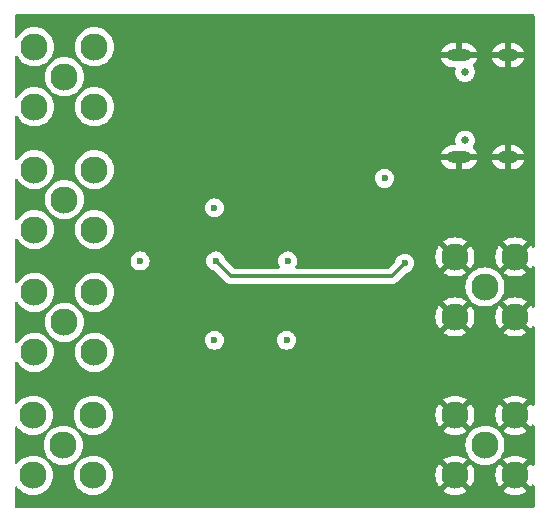
<source format=gbl>
%TF.GenerationSoftware,KiCad,Pcbnew,8.0.2*%
%TF.CreationDate,2024-10-06T11:27:00+02:00*%
%TF.ProjectId,distribution_amp_for_singapore_dude,64697374-7269-4627-9574-696f6e5f616d,rev?*%
%TF.SameCoordinates,Original*%
%TF.FileFunction,Copper,L4,Bot*%
%TF.FilePolarity,Positive*%
%FSLAX46Y46*%
G04 Gerber Fmt 4.6, Leading zero omitted, Abs format (unit mm)*
G04 Created by KiCad (PCBNEW 8.0.2) date 2024-10-06 11:27:00*
%MOMM*%
%LPD*%
G01*
G04 APERTURE LIST*
%TA.AperFunction,ComponentPad*%
%ADD10C,0.650000*%
%TD*%
%TA.AperFunction,ComponentPad*%
%ADD11O,2.100000X1.000000*%
%TD*%
%TA.AperFunction,ComponentPad*%
%ADD12O,1.800000X1.000000*%
%TD*%
%TA.AperFunction,ComponentPad*%
%ADD13C,2.300000*%
%TD*%
%TA.AperFunction,ViaPad*%
%ADD14C,0.600000*%
%TD*%
%TA.AperFunction,ViaPad*%
%ADD15C,0.500000*%
%TD*%
%TA.AperFunction,Conductor*%
%ADD16C,0.300000*%
%TD*%
G04 APERTURE END LIST*
D10*
X139010000Y-91190000D03*
X139010000Y-85410000D03*
D11*
X138510000Y-92620000D03*
X138510000Y-83980000D03*
D12*
X142660000Y-92620000D03*
X142660000Y-83980000D03*
D13*
X102460000Y-119540000D03*
X102460000Y-114460000D03*
X107540000Y-114460000D03*
X107540000Y-119540000D03*
X105000000Y-117000000D03*
X102560000Y-109140000D03*
X102560000Y-104060000D03*
X107640000Y-104060000D03*
X107640000Y-109140000D03*
X105100000Y-106600000D03*
X143240000Y-101060000D03*
X143240000Y-106140000D03*
X138160000Y-106140000D03*
X138160000Y-101060000D03*
X140700000Y-103600000D03*
X143240000Y-114460000D03*
X143240000Y-119540000D03*
X138160000Y-119540000D03*
X138160000Y-114460000D03*
X140700000Y-117000000D03*
X102560000Y-88340000D03*
X102560000Y-83260000D03*
X107640000Y-83260000D03*
X107640000Y-88340000D03*
X105100000Y-85800000D03*
X102560000Y-98740000D03*
X102560000Y-93660000D03*
X107640000Y-93660000D03*
X107640000Y-98740000D03*
X105100000Y-96200000D03*
D14*
X115700000Y-87000000D03*
X115700000Y-86100000D03*
X115700000Y-85300000D03*
D15*
X110400000Y-96900000D03*
X111500000Y-96900000D03*
X104200000Y-110300000D03*
X105800000Y-110300000D03*
X105800000Y-113300000D03*
D14*
X105000000Y-110300000D03*
X101500000Y-102000000D03*
X101500000Y-100700000D03*
X102600000Y-101300000D03*
X104100000Y-102500000D03*
X104100000Y-100700000D03*
X128800000Y-95000000D03*
X135900000Y-81100000D03*
X135500000Y-95600000D03*
X114800000Y-84400000D03*
X121400000Y-91600000D03*
X134900000Y-81100000D03*
X126900000Y-116000000D03*
X127100000Y-103600000D03*
X122900000Y-116000000D03*
X121800000Y-85300000D03*
X131300000Y-121900000D03*
X117300000Y-90400000D03*
X143100000Y-85500000D03*
X121400000Y-118700000D03*
X115900000Y-119500000D03*
X137900000Y-81100000D03*
X111400000Y-121900000D03*
X119900000Y-82800000D03*
X143800000Y-97600000D03*
X117900000Y-105700000D03*
X124900000Y-116000000D03*
X121400000Y-83600000D03*
X116200000Y-89600000D03*
X143000000Y-103600000D03*
X107500000Y-91000000D03*
X119400000Y-121900000D03*
X110900000Y-81100000D03*
X113600000Y-90000000D03*
X130900000Y-99700000D03*
X128100000Y-103600000D03*
X133800000Y-99700000D03*
X142200000Y-121900000D03*
X115400000Y-121900000D03*
X127500000Y-90500000D03*
X137800000Y-111300000D03*
X124400000Y-110700000D03*
X116900000Y-121100000D03*
X117300000Y-89600000D03*
X103400000Y-121900000D03*
X126400000Y-110700000D03*
X118500000Y-82000000D03*
X127300000Y-120300000D03*
X130300000Y-121900000D03*
X123300000Y-121900000D03*
X112200000Y-107900000D03*
X122900000Y-113300000D03*
X133300000Y-99000000D03*
X135000000Y-82700000D03*
X112800000Y-90000000D03*
X138700000Y-110400000D03*
X141700000Y-111300000D03*
X140700000Y-106800000D03*
X108400000Y-91000000D03*
X120400000Y-118700000D03*
X124800000Y-121100000D03*
X124900000Y-111500000D03*
X137600000Y-94700000D03*
X134300000Y-121900000D03*
X109200000Y-91000000D03*
X115700000Y-113500000D03*
X141700000Y-109500000D03*
X138000000Y-96600000D03*
X142700000Y-111300000D03*
X112400000Y-121900000D03*
X115900000Y-121100000D03*
X111900000Y-121100000D03*
X121900000Y-81100000D03*
X122900000Y-114200000D03*
X126600000Y-90500000D03*
X112900000Y-81100000D03*
X124900000Y-117800000D03*
X112200000Y-114400000D03*
X131400000Y-81900000D03*
X119900000Y-81100000D03*
X117900000Y-104400000D03*
X101500000Y-90300000D03*
X102400000Y-121900000D03*
X119400000Y-112600000D03*
X110400000Y-120300000D03*
X129800000Y-95000000D03*
X138700000Y-109500000D03*
X124900000Y-81100000D03*
X126600000Y-105900000D03*
X127600000Y-105900000D03*
X135800000Y-108600000D03*
X129000000Y-103600000D03*
X125900000Y-114200000D03*
X132800000Y-120200000D03*
X138700000Y-108600000D03*
X101800000Y-81100000D03*
X125000000Y-109900000D03*
X141900000Y-98600000D03*
X118800000Y-84400000D03*
X138000000Y-97600000D03*
X125700000Y-90500000D03*
X126300000Y-121900000D03*
X137200000Y-97600000D03*
X140700000Y-112200000D03*
X112200000Y-88400000D03*
X122900000Y-112400000D03*
X137400000Y-81900000D03*
X127900000Y-81100000D03*
X121900000Y-82800000D03*
X118900000Y-82800000D03*
X138000000Y-82700000D03*
X103800000Y-81100000D03*
X126900000Y-113300000D03*
X140700000Y-101000000D03*
X135800000Y-119300000D03*
X106800000Y-81100000D03*
X135800000Y-112200000D03*
X122900000Y-116900000D03*
X136900000Y-81100000D03*
X129300000Y-96000000D03*
X129300000Y-97500000D03*
X128300000Y-121900000D03*
X129800000Y-99700000D03*
X120800000Y-121100000D03*
X128000000Y-98200000D03*
X125900000Y-115100000D03*
X134800000Y-119300000D03*
X130300000Y-97500000D03*
X123800000Y-121100000D03*
X140700000Y-114500000D03*
X127600000Y-104400000D03*
X133800000Y-98200000D03*
X116400000Y-120300000D03*
X127900000Y-99700000D03*
X112900000Y-121100000D03*
X112200000Y-117000000D03*
X119400000Y-120300000D03*
X139700000Y-109500000D03*
X122300000Y-120300000D03*
X143900000Y-95600000D03*
X118200000Y-111700000D03*
X112300000Y-112700000D03*
X114400000Y-121900000D03*
X117900000Y-82800000D03*
X125900000Y-116900000D03*
X134000000Y-82700000D03*
X115900000Y-82800000D03*
X124900000Y-115100000D03*
X137800000Y-108600000D03*
X123900000Y-111500000D03*
X130900000Y-98200000D03*
X141200000Y-121900000D03*
X114900000Y-119500000D03*
X122900000Y-117800000D03*
X137200000Y-96600000D03*
X125900000Y-117800000D03*
X138200000Y-98600000D03*
X139000000Y-82700000D03*
X109900000Y-119500000D03*
X134800000Y-121100000D03*
X129400000Y-81900000D03*
X112500000Y-118700000D03*
X144100000Y-87300000D03*
X111400000Y-120300000D03*
X132400000Y-81900000D03*
X122800000Y-119500000D03*
X132700000Y-96800000D03*
X112500000Y-81900000D03*
X101500000Y-91500000D03*
X114500000Y-89600000D03*
X133800000Y-120200000D03*
X123900000Y-116000000D03*
X117900000Y-119500000D03*
X136400000Y-81900000D03*
X136800000Y-112200000D03*
X117700000Y-113500000D03*
X131900000Y-99700000D03*
X144100000Y-88200000D03*
X116900000Y-119500000D03*
X123900000Y-117800000D03*
X141400000Y-81900000D03*
X116500000Y-82000000D03*
X118700000Y-115300000D03*
X125300000Y-121900000D03*
X119800000Y-121100000D03*
X118200000Y-112600000D03*
X144000000Y-116900000D03*
X119400000Y-110900000D03*
X144100000Y-86400000D03*
X119500000Y-118700000D03*
X112200000Y-115700000D03*
X114900000Y-82800000D03*
X116800000Y-84400000D03*
X125800000Y-121100000D03*
X138200000Y-121900000D03*
X132200000Y-97500000D03*
X132000000Y-82700000D03*
X135500000Y-94700000D03*
X117900000Y-121100000D03*
X107400000Y-121900000D03*
X129000000Y-82700000D03*
X128100000Y-105100000D03*
X136800000Y-111300000D03*
X142900000Y-81100000D03*
X124900000Y-114200000D03*
X123400000Y-118700000D03*
X136300000Y-121900000D03*
X113900000Y-96900000D03*
X113900000Y-81100000D03*
X136800000Y-109500000D03*
X140700000Y-107700000D03*
X121800000Y-87100000D03*
X140700000Y-120800000D03*
X132800000Y-121100000D03*
X140700000Y-111300000D03*
X134500000Y-94700000D03*
X117500000Y-118700000D03*
X138400000Y-81900000D03*
X144100000Y-89000000D03*
X112900000Y-119500000D03*
X136800000Y-108600000D03*
X111000000Y-90000000D03*
X129800000Y-98200000D03*
X130000000Y-105100000D03*
X111500000Y-118700000D03*
X118400000Y-83600000D03*
X142200000Y-86400000D03*
X129800000Y-96800000D03*
X115900000Y-81100000D03*
X121500000Y-82000000D03*
X128900000Y-81100000D03*
X110900000Y-119500000D03*
X118900000Y-121100000D03*
X105800000Y-81100000D03*
X128400000Y-89600000D03*
X126900000Y-98200000D03*
X127400000Y-99000000D03*
X133800000Y-119300000D03*
X131700000Y-96800000D03*
X118900000Y-119500000D03*
X142200000Y-85500000D03*
X117700000Y-115300000D03*
X109400000Y-121900000D03*
X117900000Y-99700000D03*
X143100000Y-87300000D03*
X141900000Y-81100000D03*
X117300000Y-91300000D03*
X112400000Y-120300000D03*
X135800000Y-113100000D03*
X142900000Y-116900000D03*
X125900000Y-111500000D03*
X115500000Y-118700000D03*
X121800000Y-84400000D03*
X101700000Y-111800000D03*
X121800000Y-121100000D03*
X130100000Y-89600000D03*
X143700000Y-111300000D03*
X144100000Y-90900000D03*
X102500000Y-91000000D03*
X115400000Y-83600000D03*
X129300000Y-90500000D03*
X132800000Y-119300000D03*
X136600000Y-94700000D03*
X115500000Y-82000000D03*
X106400000Y-121900000D03*
X143900000Y-96600000D03*
X142700000Y-110400000D03*
X124800000Y-119500000D03*
X123300000Y-120300000D03*
X138700000Y-112200000D03*
X139400000Y-81900000D03*
X137800000Y-112200000D03*
X129300000Y-89600000D03*
X127100000Y-106700000D03*
X135800000Y-107600000D03*
X123900000Y-81100000D03*
X129900000Y-81100000D03*
X143400000Y-81900000D03*
X109300000Y-90000000D03*
X119500000Y-82000000D03*
X116100000Y-114400000D03*
X121800000Y-86200000D03*
X116700000Y-115300000D03*
X113500000Y-118700000D03*
X110200000Y-90000000D03*
X113900000Y-119500000D03*
X135800000Y-114900000D03*
X118500000Y-118700000D03*
X118200000Y-110900000D03*
X117200000Y-114400000D03*
X121400000Y-90700000D03*
X125400000Y-110700000D03*
X135300000Y-121900000D03*
X144100000Y-89900000D03*
X136000000Y-82700000D03*
X132300000Y-121900000D03*
X112800000Y-111800000D03*
X132200000Y-96000000D03*
X126900000Y-116900000D03*
X128400000Y-99000000D03*
X111900000Y-119500000D03*
X120800000Y-87100000D03*
X121400000Y-88000000D03*
X105400000Y-121900000D03*
X120300000Y-121900000D03*
X118400000Y-121900000D03*
X125300000Y-120300000D03*
X140700000Y-109500000D03*
X117900000Y-103000000D03*
X143100000Y-90900000D03*
X114900000Y-81100000D03*
X123900000Y-113300000D03*
X116700000Y-113500000D03*
X136600000Y-95600000D03*
X124900000Y-116900000D03*
X116500000Y-118700000D03*
X120900000Y-81100000D03*
X140000000Y-82700000D03*
X143800000Y-98600000D03*
X117400000Y-120300000D03*
X118700000Y-113500000D03*
X143900000Y-94600000D03*
X128300000Y-97200000D03*
X130300000Y-99000000D03*
X143700000Y-109500000D03*
X127800000Y-121100000D03*
X113900000Y-121100000D03*
X139700000Y-108600000D03*
X116900000Y-82800000D03*
X128400000Y-90500000D03*
X115400000Y-120300000D03*
X128600000Y-104400000D03*
X117400000Y-121900000D03*
X141000000Y-82700000D03*
X137600000Y-95600000D03*
X118200000Y-114400000D03*
X140700000Y-100000000D03*
X129500000Y-104400000D03*
X115800000Y-84400000D03*
X142800000Y-98600000D03*
X136100000Y-93700000D03*
X122900000Y-81100000D03*
X116400000Y-121900000D03*
X109900000Y-121100000D03*
X121400000Y-88900000D03*
X139700000Y-112200000D03*
X130100000Y-90500000D03*
X130000000Y-82700000D03*
X135800000Y-121100000D03*
X138900000Y-81100000D03*
X102800000Y-81100000D03*
X139000000Y-98600000D03*
X123900000Y-116900000D03*
X137200000Y-98600000D03*
X129000000Y-105100000D03*
X125900000Y-112400000D03*
X135800000Y-110400000D03*
X112200000Y-109200000D03*
X139200000Y-121900000D03*
X120500000Y-82000000D03*
X112200000Y-87100000D03*
X126100000Y-106700000D03*
X133400000Y-81900000D03*
X121300000Y-121900000D03*
X136800000Y-110400000D03*
X131400000Y-99000000D03*
X114500000Y-82000000D03*
X117400000Y-83600000D03*
X131200000Y-96000000D03*
X113400000Y-120300000D03*
X123900000Y-115100000D03*
X137800000Y-110400000D03*
X139900000Y-81100000D03*
X140900000Y-98600000D03*
X126300000Y-120300000D03*
X127500000Y-89600000D03*
X139700000Y-110400000D03*
X122900000Y-115100000D03*
X134400000Y-81900000D03*
X126900000Y-111500000D03*
X107800000Y-81100000D03*
X131000000Y-82700000D03*
X124300000Y-121900000D03*
X137000000Y-82700000D03*
X114400000Y-83600000D03*
X130800000Y-95000000D03*
X130800000Y-96800000D03*
X125400000Y-118700000D03*
X126900000Y-115100000D03*
X120800000Y-119500000D03*
X140000000Y-98600000D03*
X121300000Y-120300000D03*
X139600000Y-88400000D03*
X122800000Y-121100000D03*
X124900000Y-112400000D03*
X129300000Y-121900000D03*
X126800000Y-121100000D03*
X133000000Y-82700000D03*
X143700000Y-110400000D03*
X131200000Y-97500000D03*
X140700000Y-113400000D03*
X127000000Y-109900000D03*
X135800000Y-111300000D03*
X126400000Y-118700000D03*
X141700000Y-108600000D03*
X125800000Y-119500000D03*
X119400000Y-111700000D03*
X132800000Y-98200000D03*
X111900000Y-90000000D03*
X140700000Y-119700000D03*
X130400000Y-81900000D03*
X121800000Y-119500000D03*
X143100000Y-89900000D03*
X135800000Y-120200000D03*
X137300000Y-121900000D03*
X115400000Y-89600000D03*
X123800000Y-119500000D03*
X143700000Y-112200000D03*
X143100000Y-86400000D03*
X126900000Y-81100000D03*
X104400000Y-121900000D03*
X120800000Y-86200000D03*
X112300000Y-85800000D03*
X108400000Y-121900000D03*
X130900000Y-81100000D03*
X118900000Y-81100000D03*
X127400000Y-118700000D03*
X120900000Y-82800000D03*
X144100000Y-85500000D03*
X125700000Y-89600000D03*
X142700000Y-108600000D03*
X141700000Y-110400000D03*
X118400000Y-120300000D03*
X119800000Y-84400000D03*
X123900000Y-114200000D03*
X113400000Y-121900000D03*
X140900000Y-81100000D03*
X116900000Y-81100000D03*
X116500000Y-99700000D03*
X110400000Y-121900000D03*
X142700000Y-109500000D03*
X135400000Y-81900000D03*
X109800000Y-81100000D03*
X126900000Y-112400000D03*
X112200000Y-106600000D03*
X139700000Y-111300000D03*
X130300000Y-96000000D03*
X114500000Y-118700000D03*
X129300000Y-99000000D03*
X143700000Y-108600000D03*
X115700000Y-115300000D03*
X114400000Y-120300000D03*
X117500000Y-82000000D03*
X111900000Y-81100000D03*
X124400000Y-118700000D03*
X125900000Y-81100000D03*
X138700000Y-111300000D03*
X132800000Y-99700000D03*
X126900000Y-99700000D03*
X116400000Y-83600000D03*
X123900000Y-112400000D03*
X143100000Y-89000000D03*
X120300000Y-120300000D03*
X108800000Y-81100000D03*
X119200000Y-104400000D03*
X143900000Y-81100000D03*
X127300000Y-121900000D03*
X144300000Y-121900000D03*
X125900000Y-116000000D03*
X142400000Y-81900000D03*
X119400000Y-83600000D03*
X114900000Y-121100000D03*
X110900000Y-121100000D03*
X127100000Y-105100000D03*
X132900000Y-81100000D03*
X126900000Y-117800000D03*
X126800000Y-119500000D03*
X121400000Y-89800000D03*
X126000000Y-109900000D03*
X122400000Y-118700000D03*
X104800000Y-81100000D03*
X143200000Y-121900000D03*
X128800000Y-99700000D03*
X130500000Y-104400000D03*
X133900000Y-81100000D03*
X133800000Y-121100000D03*
X141700000Y-112200000D03*
X124900000Y-113300000D03*
X135800000Y-109500000D03*
X131800000Y-98200000D03*
X117800000Y-84400000D03*
X140700000Y-108600000D03*
X128800000Y-98200000D03*
X131900000Y-81100000D03*
X112300000Y-110900000D03*
X142700000Y-112200000D03*
X140700000Y-110400000D03*
X125900000Y-113300000D03*
X140400000Y-81900000D03*
X126900000Y-114200000D03*
X122300000Y-121900000D03*
X137800000Y-109500000D03*
X122900000Y-111500000D03*
X140200000Y-121900000D03*
X143100000Y-88200000D03*
X120800000Y-85300000D03*
X130000000Y-103600000D03*
X120400000Y-83600000D03*
X110500000Y-118700000D03*
X120800000Y-84400000D03*
X144100000Y-103600000D03*
X122500000Y-82000000D03*
X117900000Y-81100000D03*
X135800000Y-114000000D03*
X124300000Y-120300000D03*
X119800000Y-119500000D03*
X134800000Y-120200000D03*
X132400000Y-99000000D03*
X133300000Y-121900000D03*
X126600000Y-89600000D03*
X133900000Y-101600000D03*
X117900000Y-101400000D03*
X123900000Y-108100000D03*
X132200000Y-94400000D03*
X117800000Y-108100000D03*
X111500000Y-101400000D03*
X117800000Y-96900000D03*
X124000000Y-101400000D03*
D16*
X117900000Y-101400000D02*
X119200000Y-102700000D01*
X132800000Y-102700000D02*
X133900000Y-101600000D01*
X119200000Y-102700000D02*
X132800000Y-102700000D01*
%TA.AperFunction,Conductor*%
G36*
X144842539Y-80520185D02*
G01*
X144888294Y-80572989D01*
X144899500Y-80624500D01*
X144899500Y-100170482D01*
X144879815Y-100237521D01*
X144827011Y-100283276D01*
X144757853Y-100293220D01*
X144694297Y-100264195D01*
X144669773Y-100235272D01*
X144579007Y-100087157D01*
X144573197Y-100080354D01*
X143841050Y-100812501D01*
X143816033Y-100752104D01*
X143744897Y-100645642D01*
X143654358Y-100555103D01*
X143547896Y-100483967D01*
X143487497Y-100458949D01*
X144219645Y-99726801D01*
X144212843Y-99720993D01*
X144212842Y-99720992D01*
X143991400Y-99585292D01*
X143991397Y-99585290D01*
X143751462Y-99485906D01*
X143751445Y-99485901D01*
X143498911Y-99425274D01*
X143498912Y-99425274D01*
X143240000Y-99404898D01*
X142981087Y-99425274D01*
X142728554Y-99485901D01*
X142728537Y-99485906D01*
X142488602Y-99585290D01*
X142488599Y-99585292D01*
X142267155Y-99720993D01*
X142260353Y-99726800D01*
X142992502Y-100458949D01*
X142932104Y-100483967D01*
X142825642Y-100555103D01*
X142735103Y-100645642D01*
X142663967Y-100752104D01*
X142638949Y-100812502D01*
X141906800Y-100080353D01*
X141900993Y-100087155D01*
X141765292Y-100308599D01*
X141765290Y-100308602D01*
X141665906Y-100548537D01*
X141665901Y-100548554D01*
X141605274Y-100801087D01*
X141584898Y-101060000D01*
X141605274Y-101318912D01*
X141665901Y-101571445D01*
X141665906Y-101571462D01*
X141765290Y-101811397D01*
X141765292Y-101811400D01*
X141900992Y-102032842D01*
X141900993Y-102032843D01*
X141906801Y-102039644D01*
X142638949Y-101307497D01*
X142663967Y-101367896D01*
X142735103Y-101474358D01*
X142825642Y-101564897D01*
X142932104Y-101636033D01*
X142992502Y-101661050D01*
X142260354Y-102393197D01*
X142267157Y-102399007D01*
X142488599Y-102534707D01*
X142488602Y-102534709D01*
X142728537Y-102634093D01*
X142728554Y-102634098D01*
X142981088Y-102694725D01*
X142981087Y-102694725D01*
X143240000Y-102715101D01*
X143498912Y-102694725D01*
X143751445Y-102634098D01*
X143751462Y-102634093D01*
X143991397Y-102534709D01*
X143991400Y-102534707D01*
X144212844Y-102399005D01*
X144219644Y-102393197D01*
X143487497Y-101661050D01*
X143547896Y-101636033D01*
X143654358Y-101564897D01*
X143744897Y-101474358D01*
X143816033Y-101367896D01*
X143841050Y-101307497D01*
X144573197Y-102039644D01*
X144579005Y-102032844D01*
X144669773Y-101884726D01*
X144721584Y-101837851D01*
X144790514Y-101826428D01*
X144854677Y-101854085D01*
X144893702Y-101912041D01*
X144899500Y-101949516D01*
X144899500Y-105250482D01*
X144879815Y-105317521D01*
X144827011Y-105363276D01*
X144757853Y-105373220D01*
X144694297Y-105344195D01*
X144669773Y-105315272D01*
X144579007Y-105167157D01*
X144573197Y-105160354D01*
X143841050Y-105892501D01*
X143816033Y-105832104D01*
X143744897Y-105725642D01*
X143654358Y-105635103D01*
X143547896Y-105563967D01*
X143487497Y-105538949D01*
X144219645Y-104806801D01*
X144212843Y-104800993D01*
X144212842Y-104800992D01*
X143991400Y-104665292D01*
X143991397Y-104665290D01*
X143751462Y-104565906D01*
X143751445Y-104565901D01*
X143498911Y-104505274D01*
X143498912Y-104505274D01*
X143240000Y-104484898D01*
X142981087Y-104505274D01*
X142728554Y-104565901D01*
X142728537Y-104565906D01*
X142488602Y-104665290D01*
X142488599Y-104665292D01*
X142267155Y-104800993D01*
X142260353Y-104806800D01*
X142992502Y-105538949D01*
X142932104Y-105563967D01*
X142825642Y-105635103D01*
X142735103Y-105725642D01*
X142663967Y-105832104D01*
X142638949Y-105892502D01*
X141906800Y-105160353D01*
X141900993Y-105167155D01*
X141765292Y-105388599D01*
X141765290Y-105388602D01*
X141665906Y-105628537D01*
X141665901Y-105628554D01*
X141605274Y-105881087D01*
X141584898Y-106140000D01*
X141605274Y-106398912D01*
X141665901Y-106651445D01*
X141665906Y-106651462D01*
X141765290Y-106891397D01*
X141765292Y-106891400D01*
X141900992Y-107112842D01*
X141900993Y-107112843D01*
X141906801Y-107119644D01*
X142638949Y-106387497D01*
X142663967Y-106447896D01*
X142735103Y-106554358D01*
X142825642Y-106644897D01*
X142932104Y-106716033D01*
X142992502Y-106741050D01*
X142260354Y-107473197D01*
X142267157Y-107479007D01*
X142488599Y-107614707D01*
X142488602Y-107614709D01*
X142728537Y-107714093D01*
X142728554Y-107714098D01*
X142981088Y-107774725D01*
X142981087Y-107774725D01*
X143240000Y-107795101D01*
X143498912Y-107774725D01*
X143751445Y-107714098D01*
X143751462Y-107714093D01*
X143991397Y-107614709D01*
X143991400Y-107614707D01*
X144212844Y-107479005D01*
X144219644Y-107473197D01*
X143487497Y-106741050D01*
X143547896Y-106716033D01*
X143654358Y-106644897D01*
X143744897Y-106554358D01*
X143816033Y-106447896D01*
X143841050Y-106387497D01*
X144573197Y-107119644D01*
X144579005Y-107112844D01*
X144669773Y-106964726D01*
X144721584Y-106917851D01*
X144790514Y-106906428D01*
X144854677Y-106934085D01*
X144893702Y-106992041D01*
X144899500Y-107029516D01*
X144899500Y-113570482D01*
X144879815Y-113637521D01*
X144827011Y-113683276D01*
X144757853Y-113693220D01*
X144694297Y-113664195D01*
X144669773Y-113635272D01*
X144579007Y-113487157D01*
X144573197Y-113480354D01*
X143841050Y-114212501D01*
X143816033Y-114152104D01*
X143744897Y-114045642D01*
X143654358Y-113955103D01*
X143547896Y-113883967D01*
X143487497Y-113858949D01*
X144219645Y-113126801D01*
X144212843Y-113120993D01*
X144212842Y-113120992D01*
X143991400Y-112985292D01*
X143991397Y-112985290D01*
X143751462Y-112885906D01*
X143751445Y-112885901D01*
X143498911Y-112825274D01*
X143498912Y-112825274D01*
X143240000Y-112804898D01*
X142981087Y-112825274D01*
X142728554Y-112885901D01*
X142728537Y-112885906D01*
X142488602Y-112985290D01*
X142488599Y-112985292D01*
X142267155Y-113120993D01*
X142260353Y-113126800D01*
X142992502Y-113858949D01*
X142932104Y-113883967D01*
X142825642Y-113955103D01*
X142735103Y-114045642D01*
X142663967Y-114152104D01*
X142638949Y-114212502D01*
X141906800Y-113480353D01*
X141900993Y-113487155D01*
X141765292Y-113708599D01*
X141765290Y-113708602D01*
X141665906Y-113948537D01*
X141665901Y-113948554D01*
X141605274Y-114201087D01*
X141584898Y-114460000D01*
X141605274Y-114718912D01*
X141665901Y-114971445D01*
X141665906Y-114971462D01*
X141765290Y-115211397D01*
X141765292Y-115211400D01*
X141900992Y-115432842D01*
X141900993Y-115432843D01*
X141906801Y-115439644D01*
X142638949Y-114707497D01*
X142663967Y-114767896D01*
X142735103Y-114874358D01*
X142825642Y-114964897D01*
X142932104Y-115036033D01*
X142992502Y-115061050D01*
X142260354Y-115793197D01*
X142267157Y-115799007D01*
X142488599Y-115934707D01*
X142488602Y-115934709D01*
X142728537Y-116034093D01*
X142728554Y-116034098D01*
X142981088Y-116094725D01*
X142981087Y-116094725D01*
X143240000Y-116115101D01*
X143498912Y-116094725D01*
X143751445Y-116034098D01*
X143751462Y-116034093D01*
X143991397Y-115934709D01*
X143991400Y-115934707D01*
X144212844Y-115799005D01*
X144219644Y-115793197D01*
X143487497Y-115061050D01*
X143547896Y-115036033D01*
X143654358Y-114964897D01*
X143744897Y-114874358D01*
X143816033Y-114767896D01*
X143841050Y-114707497D01*
X144573197Y-115439644D01*
X144579005Y-115432844D01*
X144669773Y-115284726D01*
X144721584Y-115237851D01*
X144790514Y-115226428D01*
X144854677Y-115254085D01*
X144893702Y-115312041D01*
X144899500Y-115349516D01*
X144899500Y-118650482D01*
X144879815Y-118717521D01*
X144827011Y-118763276D01*
X144757853Y-118773220D01*
X144694297Y-118744195D01*
X144669773Y-118715272D01*
X144579007Y-118567157D01*
X144573197Y-118560354D01*
X143841050Y-119292501D01*
X143816033Y-119232104D01*
X143744897Y-119125642D01*
X143654358Y-119035103D01*
X143547896Y-118963967D01*
X143487497Y-118938949D01*
X144219645Y-118206801D01*
X144212843Y-118200993D01*
X144212842Y-118200992D01*
X143991400Y-118065292D01*
X143991397Y-118065290D01*
X143751462Y-117965906D01*
X143751445Y-117965901D01*
X143498911Y-117905274D01*
X143498912Y-117905274D01*
X143240000Y-117884898D01*
X142981087Y-117905274D01*
X142728554Y-117965901D01*
X142728537Y-117965906D01*
X142488602Y-118065290D01*
X142488599Y-118065292D01*
X142267155Y-118200993D01*
X142260353Y-118206800D01*
X142992502Y-118938949D01*
X142932104Y-118963967D01*
X142825642Y-119035103D01*
X142735103Y-119125642D01*
X142663967Y-119232104D01*
X142638949Y-119292502D01*
X141906800Y-118560353D01*
X141900993Y-118567155D01*
X141765292Y-118788599D01*
X141765290Y-118788602D01*
X141665906Y-119028537D01*
X141665901Y-119028554D01*
X141605274Y-119281087D01*
X141584898Y-119540000D01*
X141605274Y-119798912D01*
X141665901Y-120051445D01*
X141665906Y-120051462D01*
X141765290Y-120291397D01*
X141765292Y-120291400D01*
X141900992Y-120512842D01*
X141900993Y-120512843D01*
X141906801Y-120519644D01*
X142638949Y-119787497D01*
X142663967Y-119847896D01*
X142735103Y-119954358D01*
X142825642Y-120044897D01*
X142932104Y-120116033D01*
X142992502Y-120141050D01*
X142260354Y-120873197D01*
X142267157Y-120879007D01*
X142488599Y-121014707D01*
X142488602Y-121014709D01*
X142728537Y-121114093D01*
X142728554Y-121114098D01*
X142981088Y-121174725D01*
X142981087Y-121174725D01*
X143240000Y-121195101D01*
X143498912Y-121174725D01*
X143751445Y-121114098D01*
X143751462Y-121114093D01*
X143991397Y-121014709D01*
X143991400Y-121014707D01*
X144212844Y-120879005D01*
X144219644Y-120873197D01*
X143487497Y-120141050D01*
X143547896Y-120116033D01*
X143654358Y-120044897D01*
X143744897Y-119954358D01*
X143816033Y-119847896D01*
X143841050Y-119787497D01*
X144573197Y-120519644D01*
X144579005Y-120512844D01*
X144669773Y-120364726D01*
X144721584Y-120317851D01*
X144790514Y-120306428D01*
X144854677Y-120334085D01*
X144893702Y-120392041D01*
X144899500Y-120429516D01*
X144899500Y-122175500D01*
X144879815Y-122242539D01*
X144827011Y-122288294D01*
X144775500Y-122299500D01*
X101024500Y-122299500D01*
X100957461Y-122279815D01*
X100911706Y-122227011D01*
X100900500Y-122175500D01*
X100900500Y-120591566D01*
X100920185Y-120524527D01*
X100972989Y-120478772D01*
X101042147Y-120468828D01*
X101105703Y-120497853D01*
X101118790Y-120511034D01*
X101120586Y-120513137D01*
X101120588Y-120513140D01*
X101289311Y-120710689D01*
X101486860Y-120879412D01*
X101708372Y-121015154D01*
X101708374Y-121015154D01*
X101708376Y-121015156D01*
X101769693Y-121040554D01*
X101948390Y-121114573D01*
X102201006Y-121175221D01*
X102460000Y-121195604D01*
X102718994Y-121175221D01*
X102971610Y-121114573D01*
X103211628Y-121015154D01*
X103433140Y-120879412D01*
X103630689Y-120710689D01*
X103799412Y-120513140D01*
X103935154Y-120291628D01*
X104034573Y-120051610D01*
X104095221Y-119798994D01*
X104115604Y-119540000D01*
X105884396Y-119540000D01*
X105904778Y-119798990D01*
X105965427Y-120051610D01*
X106064843Y-120291623D01*
X106064845Y-120291627D01*
X106064846Y-120291628D01*
X106200588Y-120513140D01*
X106369311Y-120710689D01*
X106566860Y-120879412D01*
X106788372Y-121015154D01*
X106788374Y-121015154D01*
X106788376Y-121015156D01*
X106849693Y-121040554D01*
X107028390Y-121114573D01*
X107281006Y-121175221D01*
X107540000Y-121195604D01*
X107798994Y-121175221D01*
X108051610Y-121114573D01*
X108291628Y-121015154D01*
X108513140Y-120879412D01*
X108710689Y-120710689D01*
X108879412Y-120513140D01*
X109015154Y-120291628D01*
X109114573Y-120051610D01*
X109175221Y-119798994D01*
X109195604Y-119540000D01*
X136504898Y-119540000D01*
X136525274Y-119798912D01*
X136585901Y-120051445D01*
X136585906Y-120051462D01*
X136685290Y-120291397D01*
X136685292Y-120291400D01*
X136820992Y-120512842D01*
X136820993Y-120512843D01*
X136826801Y-120519644D01*
X137558949Y-119787497D01*
X137583967Y-119847896D01*
X137655103Y-119954358D01*
X137745642Y-120044897D01*
X137852104Y-120116033D01*
X137912502Y-120141050D01*
X137180354Y-120873197D01*
X137187157Y-120879007D01*
X137408599Y-121014707D01*
X137408602Y-121014709D01*
X137648537Y-121114093D01*
X137648554Y-121114098D01*
X137901088Y-121174725D01*
X137901087Y-121174725D01*
X138160000Y-121195101D01*
X138418912Y-121174725D01*
X138671445Y-121114098D01*
X138671462Y-121114093D01*
X138911397Y-121014709D01*
X138911400Y-121014707D01*
X139132844Y-120879005D01*
X139139644Y-120873197D01*
X138407497Y-120141050D01*
X138467896Y-120116033D01*
X138574358Y-120044897D01*
X138664897Y-119954358D01*
X138736033Y-119847896D01*
X138761050Y-119787497D01*
X139493197Y-120519644D01*
X139499005Y-120512844D01*
X139634707Y-120291400D01*
X139634709Y-120291397D01*
X139734093Y-120051462D01*
X139734098Y-120051445D01*
X139794725Y-119798912D01*
X139815101Y-119540000D01*
X139794725Y-119281087D01*
X139734098Y-119028554D01*
X139734093Y-119028537D01*
X139634709Y-118788602D01*
X139634707Y-118788599D01*
X139499007Y-118567157D01*
X139493197Y-118560354D01*
X138761050Y-119292501D01*
X138736033Y-119232104D01*
X138664897Y-119125642D01*
X138574358Y-119035103D01*
X138467896Y-118963967D01*
X138407497Y-118938949D01*
X139139645Y-118206801D01*
X139132843Y-118200993D01*
X139132842Y-118200992D01*
X138911400Y-118065292D01*
X138911397Y-118065290D01*
X138671462Y-117965906D01*
X138671445Y-117965901D01*
X138418911Y-117905274D01*
X138418912Y-117905274D01*
X138160000Y-117884898D01*
X137901087Y-117905274D01*
X137648554Y-117965901D01*
X137648537Y-117965906D01*
X137408602Y-118065290D01*
X137408599Y-118065292D01*
X137187155Y-118200993D01*
X137180353Y-118206800D01*
X137912502Y-118938949D01*
X137852104Y-118963967D01*
X137745642Y-119035103D01*
X137655103Y-119125642D01*
X137583967Y-119232104D01*
X137558949Y-119292502D01*
X136826800Y-118560353D01*
X136820993Y-118567155D01*
X136685292Y-118788599D01*
X136685290Y-118788602D01*
X136585906Y-119028537D01*
X136585901Y-119028554D01*
X136525274Y-119281087D01*
X136504898Y-119540000D01*
X109195604Y-119540000D01*
X109175221Y-119281006D01*
X109114573Y-119028390D01*
X109051879Y-118877035D01*
X109015156Y-118788376D01*
X109005868Y-118773220D01*
X108879412Y-118566860D01*
X108710689Y-118369311D01*
X108513140Y-118200588D01*
X108291628Y-118064846D01*
X108291627Y-118064845D01*
X108291623Y-118064843D01*
X108125627Y-117996086D01*
X108051610Y-117965427D01*
X108051611Y-117965427D01*
X107913921Y-117932370D01*
X107798994Y-117904779D01*
X107798992Y-117904778D01*
X107798991Y-117904778D01*
X107540000Y-117884396D01*
X107281009Y-117904778D01*
X107028389Y-117965427D01*
X106788376Y-118064843D01*
X106566859Y-118200588D01*
X106369311Y-118369311D01*
X106200588Y-118566859D01*
X106064843Y-118788376D01*
X105965427Y-119028389D01*
X105904778Y-119281009D01*
X105884396Y-119540000D01*
X104115604Y-119540000D01*
X104095221Y-119281006D01*
X104034573Y-119028390D01*
X103971879Y-118877035D01*
X103935156Y-118788376D01*
X103925868Y-118773220D01*
X103799412Y-118566860D01*
X103630689Y-118369311D01*
X103433140Y-118200588D01*
X103211628Y-118064846D01*
X103211627Y-118064845D01*
X103211623Y-118064843D01*
X103045627Y-117996086D01*
X102971610Y-117965427D01*
X102971611Y-117965427D01*
X102833921Y-117932370D01*
X102718994Y-117904779D01*
X102718992Y-117904778D01*
X102718991Y-117904778D01*
X102460000Y-117884396D01*
X102201009Y-117904778D01*
X101948389Y-117965427D01*
X101708376Y-118064843D01*
X101486859Y-118200588D01*
X101289311Y-118369311D01*
X101118790Y-118568965D01*
X101060283Y-118607158D01*
X100990415Y-118607656D01*
X100931369Y-118570303D01*
X100901891Y-118506956D01*
X100900500Y-118488433D01*
X100900500Y-117000000D01*
X103344396Y-117000000D01*
X103364778Y-117258990D01*
X103425427Y-117511610D01*
X103524843Y-117751623D01*
X103524845Y-117751627D01*
X103524846Y-117751628D01*
X103660588Y-117973140D01*
X103829311Y-118170689D01*
X104026860Y-118339412D01*
X104248372Y-118475154D01*
X104248374Y-118475154D01*
X104248376Y-118475156D01*
X104280430Y-118488433D01*
X104488390Y-118574573D01*
X104741006Y-118635221D01*
X105000000Y-118655604D01*
X105258994Y-118635221D01*
X105511610Y-118574573D01*
X105751628Y-118475154D01*
X105973140Y-118339412D01*
X106170689Y-118170689D01*
X106339412Y-117973140D01*
X106475154Y-117751628D01*
X106574573Y-117511610D01*
X106635221Y-117258994D01*
X106655604Y-117000000D01*
X139044396Y-117000000D01*
X139064778Y-117258990D01*
X139125427Y-117511610D01*
X139224843Y-117751623D01*
X139224845Y-117751627D01*
X139224846Y-117751628D01*
X139360588Y-117973140D01*
X139529311Y-118170689D01*
X139726860Y-118339412D01*
X139948372Y-118475154D01*
X139948374Y-118475154D01*
X139948376Y-118475156D01*
X139980430Y-118488433D01*
X140188390Y-118574573D01*
X140441006Y-118635221D01*
X140700000Y-118655604D01*
X140958994Y-118635221D01*
X141211610Y-118574573D01*
X141451628Y-118475154D01*
X141673140Y-118339412D01*
X141870689Y-118170689D01*
X142039412Y-117973140D01*
X142175154Y-117751628D01*
X142274573Y-117511610D01*
X142335221Y-117258994D01*
X142355604Y-117000000D01*
X142335221Y-116741006D01*
X142274573Y-116488390D01*
X142175154Y-116248372D01*
X142039412Y-116026860D01*
X141870689Y-115829311D01*
X141673140Y-115660588D01*
X141451628Y-115524846D01*
X141451627Y-115524845D01*
X141451623Y-115524843D01*
X141257721Y-115444527D01*
X141211610Y-115425427D01*
X141211611Y-115425427D01*
X141059165Y-115388828D01*
X140958994Y-115364779D01*
X140958992Y-115364778D01*
X140958991Y-115364778D01*
X140700000Y-115344396D01*
X140441009Y-115364778D01*
X140188389Y-115425427D01*
X139948376Y-115524843D01*
X139726859Y-115660588D01*
X139529311Y-115829311D01*
X139360588Y-116026859D01*
X139224843Y-116248376D01*
X139125427Y-116488389D01*
X139064778Y-116741009D01*
X139044396Y-117000000D01*
X106655604Y-117000000D01*
X106635221Y-116741006D01*
X106574573Y-116488390D01*
X106475154Y-116248372D01*
X106339412Y-116026860D01*
X106170689Y-115829311D01*
X105973140Y-115660588D01*
X105751628Y-115524846D01*
X105751627Y-115524845D01*
X105751623Y-115524843D01*
X105557721Y-115444527D01*
X105511610Y-115425427D01*
X105511611Y-115425427D01*
X105359165Y-115388828D01*
X105258994Y-115364779D01*
X105258992Y-115364778D01*
X105258991Y-115364778D01*
X105000000Y-115344396D01*
X104741009Y-115364778D01*
X104488389Y-115425427D01*
X104248376Y-115524843D01*
X104026859Y-115660588D01*
X103829311Y-115829311D01*
X103660588Y-116026859D01*
X103524843Y-116248376D01*
X103425427Y-116488389D01*
X103364778Y-116741009D01*
X103344396Y-117000000D01*
X100900500Y-117000000D01*
X100900500Y-115511566D01*
X100920185Y-115444527D01*
X100972989Y-115398772D01*
X101042147Y-115388828D01*
X101105703Y-115417853D01*
X101118790Y-115431034D01*
X101120586Y-115433137D01*
X101120588Y-115433140D01*
X101289311Y-115630689D01*
X101486860Y-115799412D01*
X101708372Y-115935154D01*
X101708374Y-115935154D01*
X101708376Y-115935156D01*
X101769693Y-115960554D01*
X101948390Y-116034573D01*
X102201006Y-116095221D01*
X102460000Y-116115604D01*
X102718994Y-116095221D01*
X102971610Y-116034573D01*
X103211628Y-115935154D01*
X103433140Y-115799412D01*
X103630689Y-115630689D01*
X103799412Y-115433140D01*
X103935154Y-115211628D01*
X104034573Y-114971610D01*
X104095221Y-114718994D01*
X104115604Y-114460000D01*
X105884396Y-114460000D01*
X105904778Y-114718990D01*
X105965427Y-114971610D01*
X106064843Y-115211623D01*
X106064845Y-115211627D01*
X106064846Y-115211628D01*
X106200588Y-115433140D01*
X106369311Y-115630689D01*
X106566860Y-115799412D01*
X106788372Y-115935154D01*
X106788374Y-115935154D01*
X106788376Y-115935156D01*
X106849693Y-115960554D01*
X107028390Y-116034573D01*
X107281006Y-116095221D01*
X107540000Y-116115604D01*
X107798994Y-116095221D01*
X108051610Y-116034573D01*
X108291628Y-115935154D01*
X108513140Y-115799412D01*
X108710689Y-115630689D01*
X108879412Y-115433140D01*
X109015154Y-115211628D01*
X109114573Y-114971610D01*
X109175221Y-114718994D01*
X109195604Y-114460000D01*
X136504898Y-114460000D01*
X136525274Y-114718912D01*
X136585901Y-114971445D01*
X136585906Y-114971462D01*
X136685290Y-115211397D01*
X136685292Y-115211400D01*
X136820992Y-115432842D01*
X136820993Y-115432843D01*
X136826801Y-115439644D01*
X137558949Y-114707497D01*
X137583967Y-114767896D01*
X137655103Y-114874358D01*
X137745642Y-114964897D01*
X137852104Y-115036033D01*
X137912502Y-115061050D01*
X137180354Y-115793197D01*
X137187157Y-115799007D01*
X137408599Y-115934707D01*
X137408602Y-115934709D01*
X137648537Y-116034093D01*
X137648554Y-116034098D01*
X137901088Y-116094725D01*
X137901087Y-116094725D01*
X138160000Y-116115101D01*
X138418912Y-116094725D01*
X138671445Y-116034098D01*
X138671462Y-116034093D01*
X138911397Y-115934709D01*
X138911400Y-115934707D01*
X139132844Y-115799005D01*
X139139644Y-115793197D01*
X138407497Y-115061050D01*
X138467896Y-115036033D01*
X138574358Y-114964897D01*
X138664897Y-114874358D01*
X138736033Y-114767896D01*
X138761050Y-114707497D01*
X139493197Y-115439644D01*
X139499005Y-115432844D01*
X139634707Y-115211400D01*
X139634709Y-115211397D01*
X139734093Y-114971462D01*
X139734098Y-114971445D01*
X139794725Y-114718912D01*
X139815101Y-114460000D01*
X139794725Y-114201087D01*
X139734098Y-113948554D01*
X139734093Y-113948537D01*
X139634709Y-113708602D01*
X139634707Y-113708599D01*
X139499007Y-113487157D01*
X139493197Y-113480354D01*
X138761050Y-114212501D01*
X138736033Y-114152104D01*
X138664897Y-114045642D01*
X138574358Y-113955103D01*
X138467896Y-113883967D01*
X138407497Y-113858949D01*
X139139645Y-113126801D01*
X139132843Y-113120993D01*
X139132842Y-113120992D01*
X138911400Y-112985292D01*
X138911397Y-112985290D01*
X138671462Y-112885906D01*
X138671445Y-112885901D01*
X138418911Y-112825274D01*
X138418912Y-112825274D01*
X138160000Y-112804898D01*
X137901087Y-112825274D01*
X137648554Y-112885901D01*
X137648537Y-112885906D01*
X137408602Y-112985290D01*
X137408599Y-112985292D01*
X137187155Y-113120993D01*
X137180353Y-113126800D01*
X137912502Y-113858949D01*
X137852104Y-113883967D01*
X137745642Y-113955103D01*
X137655103Y-114045642D01*
X137583967Y-114152104D01*
X137558949Y-114212502D01*
X136826800Y-113480353D01*
X136820993Y-113487155D01*
X136685292Y-113708599D01*
X136685290Y-113708602D01*
X136585906Y-113948537D01*
X136585901Y-113948554D01*
X136525274Y-114201087D01*
X136504898Y-114460000D01*
X109195604Y-114460000D01*
X109175221Y-114201006D01*
X109114573Y-113948390D01*
X109051879Y-113797035D01*
X109015156Y-113708376D01*
X109005868Y-113693220D01*
X108879412Y-113486860D01*
X108710689Y-113289311D01*
X108513140Y-113120588D01*
X108291628Y-112984846D01*
X108291627Y-112984845D01*
X108291623Y-112984843D01*
X108125627Y-112916086D01*
X108051610Y-112885427D01*
X108051611Y-112885427D01*
X107913921Y-112852370D01*
X107798994Y-112824779D01*
X107798992Y-112824778D01*
X107798991Y-112824778D01*
X107540000Y-112804396D01*
X107281009Y-112824778D01*
X107028389Y-112885427D01*
X106788376Y-112984843D01*
X106566859Y-113120588D01*
X106369311Y-113289311D01*
X106200588Y-113486859D01*
X106064843Y-113708376D01*
X105965427Y-113948389D01*
X105904778Y-114201009D01*
X105884396Y-114460000D01*
X104115604Y-114460000D01*
X104095221Y-114201006D01*
X104034573Y-113948390D01*
X103971879Y-113797035D01*
X103935156Y-113708376D01*
X103925868Y-113693220D01*
X103799412Y-113486860D01*
X103630689Y-113289311D01*
X103433140Y-113120588D01*
X103211628Y-112984846D01*
X103211627Y-112984845D01*
X103211623Y-112984843D01*
X103045627Y-112916086D01*
X102971610Y-112885427D01*
X102971611Y-112885427D01*
X102833921Y-112852370D01*
X102718994Y-112824779D01*
X102718992Y-112824778D01*
X102718991Y-112824778D01*
X102460000Y-112804396D01*
X102201009Y-112824778D01*
X101948389Y-112885427D01*
X101708376Y-112984843D01*
X101486859Y-113120588D01*
X101289311Y-113289311D01*
X101118790Y-113488965D01*
X101060283Y-113527158D01*
X100990415Y-113527656D01*
X100931369Y-113490303D01*
X100901891Y-113426956D01*
X100900500Y-113408433D01*
X100900500Y-110030474D01*
X100920185Y-109963435D01*
X100972989Y-109917680D01*
X101042147Y-109907736D01*
X101105703Y-109936761D01*
X101130227Y-109965684D01*
X101220588Y-110113140D01*
X101389311Y-110310689D01*
X101586860Y-110479412D01*
X101808372Y-110615154D01*
X101808374Y-110615154D01*
X101808376Y-110615156D01*
X101869693Y-110640554D01*
X102048390Y-110714573D01*
X102301006Y-110775221D01*
X102560000Y-110795604D01*
X102818994Y-110775221D01*
X103071610Y-110714573D01*
X103311628Y-110615154D01*
X103533140Y-110479412D01*
X103730689Y-110310689D01*
X103899412Y-110113140D01*
X104035154Y-109891628D01*
X104134573Y-109651610D01*
X104195221Y-109398994D01*
X104215604Y-109140000D01*
X105984396Y-109140000D01*
X106004778Y-109398990D01*
X106065427Y-109651610D01*
X106164843Y-109891623D01*
X106164845Y-109891627D01*
X106164846Y-109891628D01*
X106300588Y-110113140D01*
X106469311Y-110310689D01*
X106666860Y-110479412D01*
X106888372Y-110615154D01*
X106888374Y-110615154D01*
X106888376Y-110615156D01*
X106949693Y-110640554D01*
X107128390Y-110714573D01*
X107381006Y-110775221D01*
X107640000Y-110795604D01*
X107898994Y-110775221D01*
X108151610Y-110714573D01*
X108391628Y-110615154D01*
X108613140Y-110479412D01*
X108810689Y-110310689D01*
X108979412Y-110113140D01*
X109115154Y-109891628D01*
X109214573Y-109651610D01*
X109275221Y-109398994D01*
X109295604Y-109140000D01*
X109275221Y-108881006D01*
X109214573Y-108628390D01*
X109115154Y-108388372D01*
X108979412Y-108166860D01*
X108922305Y-108099996D01*
X116994435Y-108099996D01*
X116994435Y-108100003D01*
X117014630Y-108279249D01*
X117014631Y-108279254D01*
X117074211Y-108449523D01*
X117170184Y-108602262D01*
X117297738Y-108729816D01*
X117450478Y-108825789D01*
X117608279Y-108881006D01*
X117620745Y-108885368D01*
X117620750Y-108885369D01*
X117799996Y-108905565D01*
X117800000Y-108905565D01*
X117800004Y-108905565D01*
X117979249Y-108885369D01*
X117979252Y-108885368D01*
X117979255Y-108885368D01*
X118149522Y-108825789D01*
X118302262Y-108729816D01*
X118429816Y-108602262D01*
X118525789Y-108449522D01*
X118585368Y-108279255D01*
X118588718Y-108249525D01*
X118605565Y-108100003D01*
X118605565Y-108099996D01*
X123094435Y-108099996D01*
X123094435Y-108100003D01*
X123114630Y-108279249D01*
X123114631Y-108279254D01*
X123174211Y-108449523D01*
X123270184Y-108602262D01*
X123397738Y-108729816D01*
X123550478Y-108825789D01*
X123708279Y-108881006D01*
X123720745Y-108885368D01*
X123720750Y-108885369D01*
X123899996Y-108905565D01*
X123900000Y-108905565D01*
X123900004Y-108905565D01*
X124079249Y-108885369D01*
X124079252Y-108885368D01*
X124079255Y-108885368D01*
X124249522Y-108825789D01*
X124402262Y-108729816D01*
X124529816Y-108602262D01*
X124625789Y-108449522D01*
X124685368Y-108279255D01*
X124688718Y-108249525D01*
X124705565Y-108100003D01*
X124705565Y-108099996D01*
X124685369Y-107920750D01*
X124685368Y-107920745D01*
X124625788Y-107750476D01*
X124571981Y-107664843D01*
X124529816Y-107597738D01*
X124402262Y-107470184D01*
X124249523Y-107374211D01*
X124079254Y-107314631D01*
X124079249Y-107314630D01*
X123900004Y-107294435D01*
X123899996Y-107294435D01*
X123720750Y-107314630D01*
X123720745Y-107314631D01*
X123550476Y-107374211D01*
X123397737Y-107470184D01*
X123270184Y-107597737D01*
X123174211Y-107750476D01*
X123114631Y-107920745D01*
X123114630Y-107920750D01*
X123094435Y-108099996D01*
X118605565Y-108099996D01*
X118585369Y-107920750D01*
X118585368Y-107920745D01*
X118525788Y-107750476D01*
X118471981Y-107664843D01*
X118429816Y-107597738D01*
X118302262Y-107470184D01*
X118149523Y-107374211D01*
X117979254Y-107314631D01*
X117979249Y-107314630D01*
X117800004Y-107294435D01*
X117799996Y-107294435D01*
X117620750Y-107314630D01*
X117620745Y-107314631D01*
X117450476Y-107374211D01*
X117297737Y-107470184D01*
X117170184Y-107597737D01*
X117074211Y-107750476D01*
X117014631Y-107920745D01*
X117014630Y-107920750D01*
X116994435Y-108099996D01*
X108922305Y-108099996D01*
X108810689Y-107969311D01*
X108613140Y-107800588D01*
X108391628Y-107664846D01*
X108391627Y-107664845D01*
X108391623Y-107664843D01*
X108225627Y-107596086D01*
X108151610Y-107565427D01*
X108151611Y-107565427D01*
X108013921Y-107532370D01*
X107898994Y-107504779D01*
X107898992Y-107504778D01*
X107898991Y-107504778D01*
X107640000Y-107484396D01*
X107381009Y-107504778D01*
X107128389Y-107565427D01*
X106888376Y-107664843D01*
X106666859Y-107800588D01*
X106469311Y-107969311D01*
X106300588Y-108166859D01*
X106164843Y-108388376D01*
X106065427Y-108628389D01*
X106004778Y-108881009D01*
X105984396Y-109140000D01*
X104215604Y-109140000D01*
X104195221Y-108881006D01*
X104134573Y-108628390D01*
X104035154Y-108388372D01*
X103899412Y-108166860D01*
X103730689Y-107969311D01*
X103533140Y-107800588D01*
X103311628Y-107664846D01*
X103311627Y-107664845D01*
X103311623Y-107664843D01*
X103145627Y-107596086D01*
X103071610Y-107565427D01*
X103071611Y-107565427D01*
X102933921Y-107532370D01*
X102818994Y-107504779D01*
X102818992Y-107504778D01*
X102818991Y-107504778D01*
X102560000Y-107484396D01*
X102301009Y-107504778D01*
X102048389Y-107565427D01*
X101808376Y-107664843D01*
X101586859Y-107800588D01*
X101389311Y-107969311D01*
X101220585Y-108166862D01*
X101220584Y-108166864D01*
X101130227Y-108314315D01*
X101078416Y-108361190D01*
X101009486Y-108372613D01*
X100945323Y-108344956D01*
X100906298Y-108287000D01*
X100900500Y-108249525D01*
X100900500Y-106600000D01*
X103444396Y-106600000D01*
X103464778Y-106858990D01*
X103525427Y-107111610D01*
X103624843Y-107351623D01*
X103624845Y-107351627D01*
X103624846Y-107351628D01*
X103760588Y-107573140D01*
X103929311Y-107770689D01*
X104126860Y-107939412D01*
X104348372Y-108075154D01*
X104348374Y-108075154D01*
X104348376Y-108075156D01*
X104408346Y-108099996D01*
X104588390Y-108174573D01*
X104841006Y-108235221D01*
X105100000Y-108255604D01*
X105358994Y-108235221D01*
X105611610Y-108174573D01*
X105851628Y-108075154D01*
X106073140Y-107939412D01*
X106270689Y-107770689D01*
X106439412Y-107573140D01*
X106575154Y-107351628D01*
X106674573Y-107111610D01*
X106735221Y-106858994D01*
X106755604Y-106600000D01*
X106735221Y-106341006D01*
X106686964Y-106140000D01*
X136504898Y-106140000D01*
X136525274Y-106398912D01*
X136585901Y-106651445D01*
X136585906Y-106651462D01*
X136685290Y-106891397D01*
X136685292Y-106891400D01*
X136820992Y-107112842D01*
X136820993Y-107112843D01*
X136826801Y-107119644D01*
X137558949Y-106387497D01*
X137583967Y-106447896D01*
X137655103Y-106554358D01*
X137745642Y-106644897D01*
X137852104Y-106716033D01*
X137912502Y-106741050D01*
X137180354Y-107473197D01*
X137187157Y-107479007D01*
X137408599Y-107614707D01*
X137408602Y-107614709D01*
X137648537Y-107714093D01*
X137648554Y-107714098D01*
X137901088Y-107774725D01*
X137901087Y-107774725D01*
X138160000Y-107795101D01*
X138418912Y-107774725D01*
X138671445Y-107714098D01*
X138671462Y-107714093D01*
X138911397Y-107614709D01*
X138911400Y-107614707D01*
X139132844Y-107479005D01*
X139139644Y-107473197D01*
X138407497Y-106741050D01*
X138467896Y-106716033D01*
X138574358Y-106644897D01*
X138664897Y-106554358D01*
X138736033Y-106447896D01*
X138761050Y-106387497D01*
X139493197Y-107119644D01*
X139499005Y-107112844D01*
X139634707Y-106891400D01*
X139634709Y-106891397D01*
X139734093Y-106651462D01*
X139734098Y-106651445D01*
X139794725Y-106398912D01*
X139815101Y-106140000D01*
X139794725Y-105881087D01*
X139734098Y-105628554D01*
X139734093Y-105628537D01*
X139634709Y-105388602D01*
X139634707Y-105388599D01*
X139499007Y-105167157D01*
X139493197Y-105160354D01*
X138761050Y-105892501D01*
X138736033Y-105832104D01*
X138664897Y-105725642D01*
X138574358Y-105635103D01*
X138467896Y-105563967D01*
X138407497Y-105538949D01*
X139139645Y-104806801D01*
X139132843Y-104800993D01*
X139132842Y-104800992D01*
X138911400Y-104665292D01*
X138911397Y-104665290D01*
X138671462Y-104565906D01*
X138671445Y-104565901D01*
X138418911Y-104505274D01*
X138418912Y-104505274D01*
X138160000Y-104484898D01*
X137901087Y-104505274D01*
X137648554Y-104565901D01*
X137648537Y-104565906D01*
X137408602Y-104665290D01*
X137408599Y-104665292D01*
X137187155Y-104800993D01*
X137180353Y-104806800D01*
X137912502Y-105538949D01*
X137852104Y-105563967D01*
X137745642Y-105635103D01*
X137655103Y-105725642D01*
X137583967Y-105832104D01*
X137558949Y-105892502D01*
X136826800Y-105160353D01*
X136820993Y-105167155D01*
X136685292Y-105388599D01*
X136685290Y-105388602D01*
X136585906Y-105628537D01*
X136585901Y-105628554D01*
X136525274Y-105881087D01*
X136504898Y-106140000D01*
X106686964Y-106140000D01*
X106674573Y-106088390D01*
X106575154Y-105848372D01*
X106439412Y-105626860D01*
X106270689Y-105429311D01*
X106073140Y-105260588D01*
X105851628Y-105124846D01*
X105851627Y-105124845D01*
X105851623Y-105124843D01*
X105685627Y-105056086D01*
X105611610Y-105025427D01*
X105611611Y-105025427D01*
X105473921Y-104992370D01*
X105358994Y-104964779D01*
X105358992Y-104964778D01*
X105358991Y-104964778D01*
X105100000Y-104944396D01*
X104841009Y-104964778D01*
X104588389Y-105025427D01*
X104348376Y-105124843D01*
X104126859Y-105260588D01*
X103929311Y-105429311D01*
X103760588Y-105626859D01*
X103624843Y-105848376D01*
X103525427Y-106088389D01*
X103464778Y-106341009D01*
X103444396Y-106600000D01*
X100900500Y-106600000D01*
X100900500Y-104950474D01*
X100920185Y-104883435D01*
X100972989Y-104837680D01*
X101042147Y-104827736D01*
X101105703Y-104856761D01*
X101130228Y-104885685D01*
X101178696Y-104964779D01*
X101220588Y-105033140D01*
X101389311Y-105230689D01*
X101586860Y-105399412D01*
X101808372Y-105535154D01*
X101808374Y-105535154D01*
X101808376Y-105535156D01*
X101869693Y-105560554D01*
X102048390Y-105634573D01*
X102301006Y-105695221D01*
X102560000Y-105715604D01*
X102818994Y-105695221D01*
X103071610Y-105634573D01*
X103311628Y-105535154D01*
X103533140Y-105399412D01*
X103730689Y-105230689D01*
X103899412Y-105033140D01*
X104035154Y-104811628D01*
X104134573Y-104571610D01*
X104195221Y-104318994D01*
X104215604Y-104060000D01*
X105984396Y-104060000D01*
X106004778Y-104318990D01*
X106065427Y-104571610D01*
X106164843Y-104811623D01*
X106164845Y-104811627D01*
X106164846Y-104811628D01*
X106300588Y-105033140D01*
X106469311Y-105230689D01*
X106666860Y-105399412D01*
X106888372Y-105535154D01*
X106888374Y-105535154D01*
X106888376Y-105535156D01*
X106949693Y-105560554D01*
X107128390Y-105634573D01*
X107381006Y-105695221D01*
X107640000Y-105715604D01*
X107898994Y-105695221D01*
X108151610Y-105634573D01*
X108391628Y-105535154D01*
X108613140Y-105399412D01*
X108810689Y-105230689D01*
X108979412Y-105033140D01*
X109115154Y-104811628D01*
X109214573Y-104571610D01*
X109275221Y-104318994D01*
X109295604Y-104060000D01*
X109275221Y-103801006D01*
X109226964Y-103600000D01*
X139044396Y-103600000D01*
X139064778Y-103858990D01*
X139125427Y-104111610D01*
X139224843Y-104351623D01*
X139224845Y-104351627D01*
X139224846Y-104351628D01*
X139360588Y-104573140D01*
X139529311Y-104770689D01*
X139726860Y-104939412D01*
X139948372Y-105075154D01*
X139948374Y-105075154D01*
X139948376Y-105075156D01*
X140009693Y-105100554D01*
X140188390Y-105174573D01*
X140441006Y-105235221D01*
X140700000Y-105255604D01*
X140958994Y-105235221D01*
X141211610Y-105174573D01*
X141451628Y-105075154D01*
X141673140Y-104939412D01*
X141870689Y-104770689D01*
X142039412Y-104573140D01*
X142175154Y-104351628D01*
X142274573Y-104111610D01*
X142335221Y-103858994D01*
X142355604Y-103600000D01*
X142335221Y-103341006D01*
X142274573Y-103088390D01*
X142175154Y-102848372D01*
X142039412Y-102626860D01*
X141870689Y-102429311D01*
X141673140Y-102260588D01*
X141451628Y-102124846D01*
X141451627Y-102124845D01*
X141451623Y-102124843D01*
X141262885Y-102046666D01*
X141211610Y-102025427D01*
X141211611Y-102025427D01*
X141073921Y-101992370D01*
X140958994Y-101964779D01*
X140958992Y-101964778D01*
X140958991Y-101964778D01*
X140700000Y-101944396D01*
X140441009Y-101964778D01*
X140188389Y-102025427D01*
X139948376Y-102124843D01*
X139726859Y-102260588D01*
X139529311Y-102429311D01*
X139360588Y-102626859D01*
X139224843Y-102848376D01*
X139125427Y-103088389D01*
X139064778Y-103341009D01*
X139044396Y-103600000D01*
X109226964Y-103600000D01*
X109214573Y-103548390D01*
X109128673Y-103341009D01*
X109115156Y-103308376D01*
X109105496Y-103292613D01*
X108979412Y-103086860D01*
X108810689Y-102889311D01*
X108613140Y-102720588D01*
X108391628Y-102584846D01*
X108391627Y-102584845D01*
X108391623Y-102584843D01*
X108225627Y-102516086D01*
X108151610Y-102485427D01*
X108151611Y-102485427D01*
X108013921Y-102452370D01*
X107898994Y-102424779D01*
X107898992Y-102424778D01*
X107898991Y-102424778D01*
X107640000Y-102404396D01*
X107381009Y-102424778D01*
X107128389Y-102485427D01*
X106888376Y-102584843D01*
X106666859Y-102720588D01*
X106469311Y-102889311D01*
X106300588Y-103086859D01*
X106164843Y-103308376D01*
X106065427Y-103548389D01*
X106004778Y-103801009D01*
X105984396Y-104060000D01*
X104215604Y-104060000D01*
X104195221Y-103801006D01*
X104134573Y-103548390D01*
X104048673Y-103341009D01*
X104035156Y-103308376D01*
X104025496Y-103292613D01*
X103899412Y-103086860D01*
X103730689Y-102889311D01*
X103533140Y-102720588D01*
X103311628Y-102584846D01*
X103311627Y-102584845D01*
X103311623Y-102584843D01*
X103145627Y-102516086D01*
X103071610Y-102485427D01*
X103071611Y-102485427D01*
X102933921Y-102452370D01*
X102818994Y-102424779D01*
X102818992Y-102424778D01*
X102818991Y-102424778D01*
X102560000Y-102404396D01*
X102301009Y-102424778D01*
X102048389Y-102485427D01*
X101808376Y-102584843D01*
X101586859Y-102720588D01*
X101389311Y-102889311D01*
X101220585Y-103086862D01*
X101220584Y-103086864D01*
X101130227Y-103234315D01*
X101078416Y-103281190D01*
X101009486Y-103292613D01*
X100945323Y-103264956D01*
X100906298Y-103207000D01*
X100900500Y-103169525D01*
X100900500Y-101399996D01*
X110694435Y-101399996D01*
X110694435Y-101400003D01*
X110714630Y-101579249D01*
X110714631Y-101579254D01*
X110774211Y-101749523D01*
X110822534Y-101826428D01*
X110870184Y-101902262D01*
X110997738Y-102029816D01*
X111150478Y-102125789D01*
X111320742Y-102185367D01*
X111320745Y-102185368D01*
X111320750Y-102185369D01*
X111499996Y-102205565D01*
X111500000Y-102205565D01*
X111500004Y-102205565D01*
X111679249Y-102185369D01*
X111679252Y-102185368D01*
X111679255Y-102185368D01*
X111849522Y-102125789D01*
X112002262Y-102029816D01*
X112129816Y-101902262D01*
X112225789Y-101749522D01*
X112285368Y-101579255D01*
X112305565Y-101400000D01*
X112305565Y-101399996D01*
X117094435Y-101399996D01*
X117094435Y-101400003D01*
X117114630Y-101579249D01*
X117114631Y-101579254D01*
X117174211Y-101749523D01*
X117222534Y-101826428D01*
X117270184Y-101902262D01*
X117397738Y-102029816D01*
X117550478Y-102125789D01*
X117720745Y-102185368D01*
X117727974Y-102186182D01*
X117792388Y-102213246D01*
X117801776Y-102221722D01*
X118785325Y-103205272D01*
X118785332Y-103205278D01*
X118828790Y-103234315D01*
X118891874Y-103276466D01*
X118961221Y-103305189D01*
X119010256Y-103325501D01*
X119010259Y-103325501D01*
X119010260Y-103325502D01*
X119135928Y-103350500D01*
X119135931Y-103350500D01*
X132864071Y-103350500D01*
X132948615Y-103333682D01*
X132989744Y-103325501D01*
X133108127Y-103276465D01*
X133214669Y-103205277D01*
X133998224Y-102421720D01*
X134059545Y-102388237D01*
X134072019Y-102386183D01*
X134079255Y-102385368D01*
X134249522Y-102325789D01*
X134402262Y-102229816D01*
X134529816Y-102102262D01*
X134625789Y-101949522D01*
X134685368Y-101779255D01*
X134693170Y-101710012D01*
X134705565Y-101600003D01*
X134705565Y-101599996D01*
X134685369Y-101420750D01*
X134685368Y-101420745D01*
X134625788Y-101250476D01*
X134586582Y-101188080D01*
X134529816Y-101097738D01*
X134492078Y-101060000D01*
X136504898Y-101060000D01*
X136525274Y-101318912D01*
X136585901Y-101571445D01*
X136585906Y-101571462D01*
X136685290Y-101811397D01*
X136685292Y-101811400D01*
X136820992Y-102032842D01*
X136820993Y-102032843D01*
X136826801Y-102039644D01*
X137558949Y-101307497D01*
X137583967Y-101367896D01*
X137655103Y-101474358D01*
X137745642Y-101564897D01*
X137852104Y-101636033D01*
X137912502Y-101661050D01*
X137180354Y-102393197D01*
X137187157Y-102399007D01*
X137408599Y-102534707D01*
X137408602Y-102534709D01*
X137648537Y-102634093D01*
X137648554Y-102634098D01*
X137901088Y-102694725D01*
X137901087Y-102694725D01*
X138160000Y-102715101D01*
X138418912Y-102694725D01*
X138671445Y-102634098D01*
X138671462Y-102634093D01*
X138911397Y-102534709D01*
X138911400Y-102534707D01*
X139132844Y-102399005D01*
X139139644Y-102393197D01*
X138407497Y-101661050D01*
X138467896Y-101636033D01*
X138574358Y-101564897D01*
X138664897Y-101474358D01*
X138736033Y-101367896D01*
X138761050Y-101307497D01*
X139493197Y-102039644D01*
X139499005Y-102032844D01*
X139634707Y-101811400D01*
X139634709Y-101811397D01*
X139734093Y-101571462D01*
X139734098Y-101571445D01*
X139794725Y-101318912D01*
X139815101Y-101060000D01*
X139794725Y-100801087D01*
X139734098Y-100548554D01*
X139734093Y-100548537D01*
X139634709Y-100308602D01*
X139634707Y-100308599D01*
X139499007Y-100087157D01*
X139493197Y-100080354D01*
X138761050Y-100812501D01*
X138736033Y-100752104D01*
X138664897Y-100645642D01*
X138574358Y-100555103D01*
X138467896Y-100483967D01*
X138407497Y-100458949D01*
X139139645Y-99726801D01*
X139132843Y-99720993D01*
X139132842Y-99720992D01*
X138911400Y-99585292D01*
X138911397Y-99585290D01*
X138671462Y-99485906D01*
X138671445Y-99485901D01*
X138418911Y-99425274D01*
X138418912Y-99425274D01*
X138160000Y-99404898D01*
X137901087Y-99425274D01*
X137648554Y-99485901D01*
X137648537Y-99485906D01*
X137408602Y-99585290D01*
X137408599Y-99585292D01*
X137187155Y-99720993D01*
X137180353Y-99726800D01*
X137912502Y-100458949D01*
X137852104Y-100483967D01*
X137745642Y-100555103D01*
X137655103Y-100645642D01*
X137583967Y-100752104D01*
X137558949Y-100812502D01*
X136826800Y-100080353D01*
X136820993Y-100087155D01*
X136685292Y-100308599D01*
X136685290Y-100308602D01*
X136585906Y-100548537D01*
X136585901Y-100548554D01*
X136525274Y-100801087D01*
X136504898Y-101060000D01*
X134492078Y-101060000D01*
X134402262Y-100970184D01*
X134249523Y-100874211D01*
X134079254Y-100814631D01*
X134079249Y-100814630D01*
X133900004Y-100794435D01*
X133899996Y-100794435D01*
X133720750Y-100814630D01*
X133720745Y-100814631D01*
X133550476Y-100874211D01*
X133397737Y-100970184D01*
X133270184Y-101097737D01*
X133174210Y-101250478D01*
X133114632Y-101420744D01*
X133114630Y-101420752D01*
X133113815Y-101427988D01*
X133086743Y-101492400D01*
X133078277Y-101501775D01*
X132566873Y-102013181D01*
X132505550Y-102046666D01*
X132479192Y-102049500D01*
X124761661Y-102049500D01*
X124694622Y-102029815D01*
X124648867Y-101977011D01*
X124638923Y-101907853D01*
X124656668Y-101859527D01*
X124660088Y-101854085D01*
X124687556Y-101810369D01*
X124725788Y-101749524D01*
X124748355Y-101685032D01*
X124785368Y-101579255D01*
X124805565Y-101400000D01*
X124788718Y-101250478D01*
X124785369Y-101220750D01*
X124785368Y-101220745D01*
X124742326Y-101097738D01*
X124725789Y-101050478D01*
X124629816Y-100897738D01*
X124502262Y-100770184D01*
X124473488Y-100752104D01*
X124349523Y-100674211D01*
X124179254Y-100614631D01*
X124179249Y-100614630D01*
X124000004Y-100594435D01*
X123999996Y-100594435D01*
X123820750Y-100614630D01*
X123820745Y-100614631D01*
X123650476Y-100674211D01*
X123497737Y-100770184D01*
X123370184Y-100897737D01*
X123274211Y-101050476D01*
X123214631Y-101220745D01*
X123214630Y-101220750D01*
X123194435Y-101399996D01*
X123194435Y-101400003D01*
X123214630Y-101579249D01*
X123214631Y-101579254D01*
X123274211Y-101749524D01*
X123343332Y-101859527D01*
X123362333Y-101926764D01*
X123341966Y-101993599D01*
X123288698Y-102038814D01*
X123238339Y-102049500D01*
X119520808Y-102049500D01*
X119453769Y-102029815D01*
X119433127Y-102013181D01*
X118721722Y-101301776D01*
X118688237Y-101240453D01*
X118686182Y-101227973D01*
X118685368Y-101220745D01*
X118625789Y-101050478D01*
X118529816Y-100897738D01*
X118402262Y-100770184D01*
X118373488Y-100752104D01*
X118249523Y-100674211D01*
X118079254Y-100614631D01*
X118079249Y-100614630D01*
X117900004Y-100594435D01*
X117899996Y-100594435D01*
X117720750Y-100614630D01*
X117720745Y-100614631D01*
X117550476Y-100674211D01*
X117397737Y-100770184D01*
X117270184Y-100897737D01*
X117174211Y-101050476D01*
X117114631Y-101220745D01*
X117114630Y-101220750D01*
X117094435Y-101399996D01*
X112305565Y-101399996D01*
X112288718Y-101250478D01*
X112285369Y-101220750D01*
X112285368Y-101220745D01*
X112242326Y-101097738D01*
X112225789Y-101050478D01*
X112129816Y-100897738D01*
X112002262Y-100770184D01*
X111973488Y-100752104D01*
X111849523Y-100674211D01*
X111679254Y-100614631D01*
X111679249Y-100614630D01*
X111500004Y-100594435D01*
X111499996Y-100594435D01*
X111320750Y-100614630D01*
X111320745Y-100614631D01*
X111150476Y-100674211D01*
X110997737Y-100770184D01*
X110870184Y-100897737D01*
X110774211Y-101050476D01*
X110714631Y-101220745D01*
X110714630Y-101220750D01*
X110694435Y-101399996D01*
X100900500Y-101399996D01*
X100900500Y-99630474D01*
X100920185Y-99563435D01*
X100972989Y-99517680D01*
X101042147Y-99507736D01*
X101105703Y-99536761D01*
X101130227Y-99565684D01*
X101220588Y-99713140D01*
X101389311Y-99910689D01*
X101586860Y-100079412D01*
X101808372Y-100215154D01*
X101808374Y-100215154D01*
X101808376Y-100215156D01*
X101869693Y-100240554D01*
X102048390Y-100314573D01*
X102301006Y-100375221D01*
X102560000Y-100395604D01*
X102818994Y-100375221D01*
X103071610Y-100314573D01*
X103311628Y-100215154D01*
X103533140Y-100079412D01*
X103730689Y-99910689D01*
X103899412Y-99713140D01*
X104035154Y-99491628D01*
X104134573Y-99251610D01*
X104195221Y-98998994D01*
X104215604Y-98740000D01*
X105984396Y-98740000D01*
X106004778Y-98998990D01*
X106065427Y-99251610D01*
X106164843Y-99491623D01*
X106164845Y-99491627D01*
X106164846Y-99491628D01*
X106300588Y-99713140D01*
X106469311Y-99910689D01*
X106666860Y-100079412D01*
X106888372Y-100215154D01*
X106888374Y-100215154D01*
X106888376Y-100215156D01*
X106949693Y-100240554D01*
X107128390Y-100314573D01*
X107381006Y-100375221D01*
X107640000Y-100395604D01*
X107898994Y-100375221D01*
X108151610Y-100314573D01*
X108391628Y-100215154D01*
X108613140Y-100079412D01*
X108810689Y-99910689D01*
X108979412Y-99713140D01*
X109115154Y-99491628D01*
X109214573Y-99251610D01*
X109275221Y-98998994D01*
X109295604Y-98740000D01*
X109275221Y-98481006D01*
X109214573Y-98228390D01*
X109115154Y-97988372D01*
X108979412Y-97766860D01*
X108810689Y-97569311D01*
X108613140Y-97400588D01*
X108391628Y-97264846D01*
X108391627Y-97264845D01*
X108391623Y-97264843D01*
X108225627Y-97196086D01*
X108151610Y-97165427D01*
X108151611Y-97165427D01*
X108013921Y-97132370D01*
X107898994Y-97104779D01*
X107898992Y-97104778D01*
X107898991Y-97104778D01*
X107640000Y-97084396D01*
X107381009Y-97104778D01*
X107128389Y-97165427D01*
X106888376Y-97264843D01*
X106666859Y-97400588D01*
X106469311Y-97569311D01*
X106300588Y-97766859D01*
X106164843Y-97988376D01*
X106065427Y-98228389D01*
X106004778Y-98481009D01*
X105984396Y-98740000D01*
X104215604Y-98740000D01*
X104195221Y-98481006D01*
X104134573Y-98228390D01*
X104035154Y-97988372D01*
X103899412Y-97766860D01*
X103730689Y-97569311D01*
X103533140Y-97400588D01*
X103311628Y-97264846D01*
X103311627Y-97264845D01*
X103311623Y-97264843D01*
X103145627Y-97196086D01*
X103071610Y-97165427D01*
X103071611Y-97165427D01*
X102933921Y-97132370D01*
X102818994Y-97104779D01*
X102818992Y-97104778D01*
X102818991Y-97104778D01*
X102560000Y-97084396D01*
X102301009Y-97104778D01*
X102048389Y-97165427D01*
X101808376Y-97264843D01*
X101586859Y-97400588D01*
X101389311Y-97569311D01*
X101220585Y-97766862D01*
X101220584Y-97766864D01*
X101130227Y-97914315D01*
X101078416Y-97961190D01*
X101009486Y-97972613D01*
X100945323Y-97944956D01*
X100906298Y-97887000D01*
X100900500Y-97849525D01*
X100900500Y-96200000D01*
X103444396Y-96200000D01*
X103464778Y-96458990D01*
X103525427Y-96711610D01*
X103624843Y-96951623D01*
X103624845Y-96951627D01*
X103624846Y-96951628D01*
X103760588Y-97173140D01*
X103929311Y-97370689D01*
X104126860Y-97539412D01*
X104348372Y-97675154D01*
X104348374Y-97675154D01*
X104348376Y-97675156D01*
X104373033Y-97685369D01*
X104588390Y-97774573D01*
X104841006Y-97835221D01*
X105100000Y-97855604D01*
X105358994Y-97835221D01*
X105611610Y-97774573D01*
X105851628Y-97675154D01*
X106073140Y-97539412D01*
X106270689Y-97370689D01*
X106439412Y-97173140D01*
X106575154Y-96951628D01*
X106596541Y-96899996D01*
X116994435Y-96899996D01*
X116994435Y-96900003D01*
X117014630Y-97079249D01*
X117014631Y-97079254D01*
X117074211Y-97249523D01*
X117150345Y-97370688D01*
X117170184Y-97402262D01*
X117297738Y-97529816D01*
X117450478Y-97625789D01*
X117591555Y-97675154D01*
X117620745Y-97685368D01*
X117620750Y-97685369D01*
X117799996Y-97705565D01*
X117800000Y-97705565D01*
X117800004Y-97705565D01*
X117979249Y-97685369D01*
X117979252Y-97685368D01*
X117979255Y-97685368D01*
X118149522Y-97625789D01*
X118302262Y-97529816D01*
X118429816Y-97402262D01*
X118525789Y-97249522D01*
X118585368Y-97079255D01*
X118605565Y-96900000D01*
X118585368Y-96720745D01*
X118525789Y-96550478D01*
X118429816Y-96397738D01*
X118302262Y-96270184D01*
X118149523Y-96174211D01*
X117979254Y-96114631D01*
X117979249Y-96114630D01*
X117800004Y-96094435D01*
X117799996Y-96094435D01*
X117620750Y-96114630D01*
X117620745Y-96114631D01*
X117450476Y-96174211D01*
X117297737Y-96270184D01*
X117170184Y-96397737D01*
X117074211Y-96550476D01*
X117014631Y-96720745D01*
X117014630Y-96720750D01*
X116994435Y-96899996D01*
X106596541Y-96899996D01*
X106674573Y-96711610D01*
X106735221Y-96458994D01*
X106755604Y-96200000D01*
X106735221Y-95941006D01*
X106674573Y-95688390D01*
X106575154Y-95448372D01*
X106439412Y-95226860D01*
X106270689Y-95029311D01*
X106073140Y-94860588D01*
X105851628Y-94724846D01*
X105851627Y-94724845D01*
X105851623Y-94724843D01*
X105685627Y-94656086D01*
X105611610Y-94625427D01*
X105611611Y-94625427D01*
X105473921Y-94592370D01*
X105358994Y-94564779D01*
X105358992Y-94564778D01*
X105358991Y-94564778D01*
X105100000Y-94544396D01*
X104841009Y-94564778D01*
X104588389Y-94625427D01*
X104348376Y-94724843D01*
X104126859Y-94860588D01*
X103929311Y-95029311D01*
X103760588Y-95226859D01*
X103624843Y-95448376D01*
X103525427Y-95688389D01*
X103464778Y-95941009D01*
X103444396Y-96200000D01*
X100900500Y-96200000D01*
X100900500Y-94550474D01*
X100920185Y-94483435D01*
X100972989Y-94437680D01*
X101042147Y-94427736D01*
X101105703Y-94456761D01*
X101130228Y-94485685D01*
X101178696Y-94564779D01*
X101220588Y-94633140D01*
X101389311Y-94830689D01*
X101586860Y-94999412D01*
X101808372Y-95135154D01*
X101808374Y-95135154D01*
X101808376Y-95135156D01*
X101869693Y-95160554D01*
X102048390Y-95234573D01*
X102301006Y-95295221D01*
X102560000Y-95315604D01*
X102818994Y-95295221D01*
X103071610Y-95234573D01*
X103311628Y-95135154D01*
X103533140Y-94999412D01*
X103730689Y-94830689D01*
X103899412Y-94633140D01*
X104035154Y-94411628D01*
X104134573Y-94171610D01*
X104195221Y-93918994D01*
X104215604Y-93660000D01*
X105984396Y-93660000D01*
X106004778Y-93918990D01*
X106065427Y-94171610D01*
X106164843Y-94411623D01*
X106164845Y-94411627D01*
X106164846Y-94411628D01*
X106300588Y-94633140D01*
X106469311Y-94830689D01*
X106666860Y-94999412D01*
X106888372Y-95135154D01*
X106888374Y-95135154D01*
X106888376Y-95135156D01*
X106949693Y-95160554D01*
X107128390Y-95234573D01*
X107381006Y-95295221D01*
X107640000Y-95315604D01*
X107898994Y-95295221D01*
X108151610Y-95234573D01*
X108391628Y-95135154D01*
X108613140Y-94999412D01*
X108810689Y-94830689D01*
X108979412Y-94633140D01*
X109115154Y-94411628D01*
X109119972Y-94399996D01*
X131394435Y-94399996D01*
X131394435Y-94400003D01*
X131414630Y-94579249D01*
X131414631Y-94579254D01*
X131474211Y-94749523D01*
X131543998Y-94860588D01*
X131570184Y-94902262D01*
X131697738Y-95029816D01*
X131850478Y-95125789D01*
X132020745Y-95185368D01*
X132020750Y-95185369D01*
X132199996Y-95205565D01*
X132200000Y-95205565D01*
X132200004Y-95205565D01*
X132379249Y-95185369D01*
X132379252Y-95185368D01*
X132379255Y-95185368D01*
X132549522Y-95125789D01*
X132702262Y-95029816D01*
X132829816Y-94902262D01*
X132925789Y-94749522D01*
X132985368Y-94579255D01*
X132995911Y-94485685D01*
X133005565Y-94400003D01*
X133005565Y-94399996D01*
X132985369Y-94220750D01*
X132985368Y-94220745D01*
X132925788Y-94050476D01*
X132843172Y-93918994D01*
X132829816Y-93897738D01*
X132702262Y-93770184D01*
X132549523Y-93674211D01*
X132379254Y-93614631D01*
X132379249Y-93614630D01*
X132200004Y-93594435D01*
X132199996Y-93594435D01*
X132020750Y-93614630D01*
X132020745Y-93614631D01*
X131850476Y-93674211D01*
X131697737Y-93770184D01*
X131570184Y-93897737D01*
X131474211Y-94050476D01*
X131414631Y-94220745D01*
X131414630Y-94220750D01*
X131394435Y-94399996D01*
X109119972Y-94399996D01*
X109214573Y-94171610D01*
X109275221Y-93918994D01*
X109295604Y-93660000D01*
X109275221Y-93401006D01*
X109214573Y-93148390D01*
X109151879Y-92997035D01*
X109115156Y-92908376D01*
X109109751Y-92899556D01*
X108979412Y-92686860D01*
X108810689Y-92489311D01*
X108670994Y-92370000D01*
X136990138Y-92370000D01*
X137793001Y-92370000D01*
X137775784Y-92379940D01*
X137719929Y-92435795D01*
X137680433Y-92504204D01*
X137659989Y-92580504D01*
X137659989Y-92659496D01*
X137680433Y-92735796D01*
X137719929Y-92804205D01*
X137775784Y-92860060D01*
X137793001Y-92870000D01*
X136990138Y-92870000D01*
X136998430Y-92911690D01*
X136998430Y-92911692D01*
X137073807Y-93093671D01*
X137073814Y-93093684D01*
X137183248Y-93257462D01*
X137183251Y-93257466D01*
X137322533Y-93396748D01*
X137322537Y-93396751D01*
X137486315Y-93506185D01*
X137486328Y-93506192D01*
X137668306Y-93581569D01*
X137668318Y-93581572D01*
X137861504Y-93619999D01*
X137861508Y-93620000D01*
X138260000Y-93620000D01*
X138260000Y-92920000D01*
X138760000Y-92920000D01*
X138760000Y-93620000D01*
X139158492Y-93620000D01*
X139158495Y-93619999D01*
X139351681Y-93581572D01*
X139351693Y-93581569D01*
X139533671Y-93506192D01*
X139533684Y-93506185D01*
X139697462Y-93396751D01*
X139697466Y-93396748D01*
X139836748Y-93257466D01*
X139836751Y-93257462D01*
X139946185Y-93093684D01*
X139946192Y-93093671D01*
X140021569Y-92911692D01*
X140021569Y-92911690D01*
X140029862Y-92870000D01*
X139226999Y-92870000D01*
X139244216Y-92860060D01*
X139300071Y-92804205D01*
X139339567Y-92735796D01*
X139360011Y-92659496D01*
X139360011Y-92580504D01*
X139339567Y-92504204D01*
X139300071Y-92435795D01*
X139244216Y-92379940D01*
X139226999Y-92370000D01*
X140029862Y-92370000D01*
X141290138Y-92370000D01*
X142093013Y-92370000D01*
X142075796Y-92379940D01*
X142019941Y-92435795D01*
X141980445Y-92504204D01*
X141960001Y-92580504D01*
X141960001Y-92659496D01*
X141980445Y-92735796D01*
X142019941Y-92804205D01*
X142075796Y-92860060D01*
X142093013Y-92870000D01*
X141290138Y-92870000D01*
X141298430Y-92911690D01*
X141298430Y-92911692D01*
X141373807Y-93093671D01*
X141373814Y-93093684D01*
X141483248Y-93257462D01*
X141483251Y-93257466D01*
X141622533Y-93396748D01*
X141622537Y-93396751D01*
X141786315Y-93506185D01*
X141786328Y-93506192D01*
X141968306Y-93581569D01*
X141968318Y-93581572D01*
X142161504Y-93619999D01*
X142161508Y-93620000D01*
X142410000Y-93620000D01*
X142410000Y-92920000D01*
X142910000Y-92920000D01*
X142910000Y-93620000D01*
X143158492Y-93620000D01*
X143158495Y-93619999D01*
X143351681Y-93581572D01*
X143351693Y-93581569D01*
X143533671Y-93506192D01*
X143533684Y-93506185D01*
X143697462Y-93396751D01*
X143697466Y-93396748D01*
X143836748Y-93257466D01*
X143836751Y-93257462D01*
X143946185Y-93093684D01*
X143946192Y-93093671D01*
X144021569Y-92911692D01*
X144021569Y-92911690D01*
X144029862Y-92870000D01*
X143226987Y-92870000D01*
X143244204Y-92860060D01*
X143300059Y-92804205D01*
X143339555Y-92735796D01*
X143359999Y-92659496D01*
X143359999Y-92580504D01*
X143339555Y-92504204D01*
X143300059Y-92435795D01*
X143244204Y-92379940D01*
X143226987Y-92370000D01*
X144029862Y-92370000D01*
X144021569Y-92328309D01*
X144021569Y-92328307D01*
X143946192Y-92146328D01*
X143946185Y-92146315D01*
X143836751Y-91982537D01*
X143836748Y-91982533D01*
X143697466Y-91843251D01*
X143697462Y-91843248D01*
X143533684Y-91733814D01*
X143533671Y-91733807D01*
X143351693Y-91658430D01*
X143351681Y-91658427D01*
X143158495Y-91620000D01*
X142910000Y-91620000D01*
X142910000Y-92320000D01*
X142410000Y-92320000D01*
X142410000Y-91620000D01*
X142161504Y-91620000D01*
X141968318Y-91658427D01*
X141968306Y-91658430D01*
X141786328Y-91733807D01*
X141786315Y-91733814D01*
X141622537Y-91843248D01*
X141622533Y-91843251D01*
X141483251Y-91982533D01*
X141483248Y-91982537D01*
X141373814Y-92146315D01*
X141373807Y-92146328D01*
X141298430Y-92328307D01*
X141298430Y-92328309D01*
X141290138Y-92370000D01*
X140029862Y-92370000D01*
X140021569Y-92328309D01*
X140021569Y-92328307D01*
X139946192Y-92146328D01*
X139946185Y-92146315D01*
X139836751Y-91982537D01*
X139836748Y-91982533D01*
X139693532Y-91839317D01*
X139660047Y-91777994D01*
X139665031Y-91708302D01*
X139678321Y-91683547D01*
X139678272Y-91683519D01*
X139679207Y-91681898D01*
X139680905Y-91678737D01*
X139681516Y-91677895D01*
X139681522Y-91677889D01*
X139709373Y-91629647D01*
X139713633Y-91622796D01*
X139741548Y-91581021D01*
X139748846Y-91563402D01*
X139756017Y-91548859D01*
X139768286Y-91527611D01*
X139783577Y-91480548D01*
X139786932Y-91471453D01*
X139803776Y-91430789D01*
X139808715Y-91405957D01*
X139812401Y-91391835D01*
X139813938Y-91387103D01*
X139821908Y-91362576D01*
X139826427Y-91319576D01*
X139828125Y-91308373D01*
X139835500Y-91271305D01*
X139835500Y-91239761D01*
X139836179Y-91226800D01*
X139840047Y-91190000D01*
X139836179Y-91153198D01*
X139835500Y-91140237D01*
X139835500Y-91108690D01*
X139828130Y-91071647D01*
X139826425Y-91060409D01*
X139821908Y-91017428D01*
X139821908Y-91017424D01*
X139812396Y-90988151D01*
X139808715Y-90974041D01*
X139803776Y-90949211D01*
X139786933Y-90908549D01*
X139783579Y-90899457D01*
X139768286Y-90852389D01*
X139756018Y-90831140D01*
X139748844Y-90816592D01*
X139741550Y-90798983D01*
X139741549Y-90798982D01*
X139741548Y-90798979D01*
X139713641Y-90757213D01*
X139709367Y-90750340D01*
X139681522Y-90702111D01*
X139669284Y-90688519D01*
X139658337Y-90674445D01*
X139651208Y-90663775D01*
X139611297Y-90623864D01*
X139606831Y-90619158D01*
X139565410Y-90573155D01*
X139555666Y-90566075D01*
X139540875Y-90553441D01*
X139536227Y-90548793D01*
X139484135Y-90513987D01*
X139480140Y-90511203D01*
X139480133Y-90511198D01*
X139425024Y-90471158D01*
X139425023Y-90471157D01*
X139425021Y-90471156D01*
X139419740Y-90468805D01*
X139401282Y-90458626D01*
X139401025Y-90458454D01*
X139401018Y-90458450D01*
X139337426Y-90432110D01*
X139334444Y-90430829D01*
X139266500Y-90400578D01*
X139263170Y-90399496D01*
X139256766Y-90397502D01*
X139256618Y-90397992D01*
X139250788Y-90396223D01*
X139177155Y-90381576D01*
X139175567Y-90381249D01*
X139096768Y-90364500D01*
X139096764Y-90364500D01*
X138923236Y-90364500D01*
X138844372Y-90381262D01*
X138842786Y-90381588D01*
X138769203Y-90396225D01*
X138763380Y-90397992D01*
X138763237Y-90397523D01*
X138756296Y-90399669D01*
X138753504Y-90400576D01*
X138685571Y-90430821D01*
X138682595Y-90432099D01*
X138618982Y-90458450D01*
X138618975Y-90458454D01*
X138618696Y-90458641D01*
X138600269Y-90468801D01*
X138594983Y-90471154D01*
X138594973Y-90471160D01*
X138539864Y-90511198D01*
X138535875Y-90513978D01*
X138483778Y-90548789D01*
X138483768Y-90548797D01*
X138479122Y-90553444D01*
X138464336Y-90566072D01*
X138454595Y-90573149D01*
X138413167Y-90619159D01*
X138408701Y-90623864D01*
X138368795Y-90663771D01*
X138368790Y-90663776D01*
X138361659Y-90674449D01*
X138350715Y-90688519D01*
X138338479Y-90702108D01*
X138310632Y-90750340D01*
X138306349Y-90757226D01*
X138278454Y-90798974D01*
X138278453Y-90798976D01*
X138271153Y-90816598D01*
X138263986Y-90831130D01*
X138251713Y-90852389D01*
X138236428Y-90899433D01*
X138233059Y-90908564D01*
X138216223Y-90949211D01*
X138216222Y-90949213D01*
X138211283Y-90974041D01*
X138207600Y-90988156D01*
X138198092Y-91017422D01*
X138193571Y-91060424D01*
X138191869Y-91071648D01*
X138184500Y-91108696D01*
X138184500Y-91140237D01*
X138183821Y-91153198D01*
X138179953Y-91189999D01*
X138183821Y-91226800D01*
X138184500Y-91239761D01*
X138184500Y-91271309D01*
X138191868Y-91308351D01*
X138193571Y-91319576D01*
X138198091Y-91362572D01*
X138198091Y-91362574D01*
X138198092Y-91362576D01*
X138203262Y-91378490D01*
X138207601Y-91391844D01*
X138211285Y-91405963D01*
X138216224Y-91430791D01*
X138216224Y-91430792D01*
X138223579Y-91448548D01*
X138231048Y-91518018D01*
X138199772Y-91580497D01*
X138139683Y-91616148D01*
X138109018Y-91620000D01*
X137861504Y-91620000D01*
X137668318Y-91658427D01*
X137668306Y-91658430D01*
X137486328Y-91733807D01*
X137486315Y-91733814D01*
X137322537Y-91843248D01*
X137322533Y-91843251D01*
X137183251Y-91982533D01*
X137183248Y-91982537D01*
X137073814Y-92146315D01*
X137073807Y-92146328D01*
X136998430Y-92328307D01*
X136998430Y-92328309D01*
X136990138Y-92370000D01*
X108670994Y-92370000D01*
X108613140Y-92320588D01*
X108391628Y-92184846D01*
X108391627Y-92184845D01*
X108391623Y-92184843D01*
X108225627Y-92116086D01*
X108151610Y-92085427D01*
X108151611Y-92085427D01*
X108013921Y-92052370D01*
X107898994Y-92024779D01*
X107898992Y-92024778D01*
X107898991Y-92024778D01*
X107640000Y-92004396D01*
X107381009Y-92024778D01*
X107128389Y-92085427D01*
X106888376Y-92184843D01*
X106666859Y-92320588D01*
X106469311Y-92489311D01*
X106300588Y-92686859D01*
X106164843Y-92908376D01*
X106065427Y-93148389D01*
X106004778Y-93401009D01*
X105984396Y-93660000D01*
X104215604Y-93660000D01*
X104195221Y-93401006D01*
X104134573Y-93148390D01*
X104071879Y-92997035D01*
X104035156Y-92908376D01*
X104029751Y-92899556D01*
X103899412Y-92686860D01*
X103730689Y-92489311D01*
X103533140Y-92320588D01*
X103311628Y-92184846D01*
X103311627Y-92184845D01*
X103311623Y-92184843D01*
X103145627Y-92116086D01*
X103071610Y-92085427D01*
X103071611Y-92085427D01*
X102933921Y-92052370D01*
X102818994Y-92024779D01*
X102818992Y-92024778D01*
X102818991Y-92024778D01*
X102560000Y-92004396D01*
X102301009Y-92024778D01*
X102048389Y-92085427D01*
X101808376Y-92184843D01*
X101586859Y-92320588D01*
X101389311Y-92489311D01*
X101220585Y-92686862D01*
X101220584Y-92686864D01*
X101130227Y-92834315D01*
X101078416Y-92881190D01*
X101009486Y-92892613D01*
X100945323Y-92864956D01*
X100906298Y-92807000D01*
X100900500Y-92769525D01*
X100900500Y-89230474D01*
X100920185Y-89163435D01*
X100972989Y-89117680D01*
X101042147Y-89107736D01*
X101105703Y-89136761D01*
X101130227Y-89165684D01*
X101220588Y-89313140D01*
X101389311Y-89510689D01*
X101586860Y-89679412D01*
X101808372Y-89815154D01*
X101808374Y-89815154D01*
X101808376Y-89815156D01*
X101869693Y-89840554D01*
X102048390Y-89914573D01*
X102301006Y-89975221D01*
X102560000Y-89995604D01*
X102818994Y-89975221D01*
X103071610Y-89914573D01*
X103311628Y-89815154D01*
X103533140Y-89679412D01*
X103730689Y-89510689D01*
X103899412Y-89313140D01*
X104035154Y-89091628D01*
X104134573Y-88851610D01*
X104195221Y-88598994D01*
X104215604Y-88340000D01*
X105984396Y-88340000D01*
X106004778Y-88598990D01*
X106065427Y-88851610D01*
X106164843Y-89091623D01*
X106164845Y-89091627D01*
X106164846Y-89091628D01*
X106300588Y-89313140D01*
X106469311Y-89510689D01*
X106666860Y-89679412D01*
X106888372Y-89815154D01*
X106888374Y-89815154D01*
X106888376Y-89815156D01*
X106949693Y-89840554D01*
X107128390Y-89914573D01*
X107381006Y-89975221D01*
X107640000Y-89995604D01*
X107898994Y-89975221D01*
X108151610Y-89914573D01*
X108391628Y-89815154D01*
X108613140Y-89679412D01*
X108810689Y-89510689D01*
X108979412Y-89313140D01*
X109115154Y-89091628D01*
X109214573Y-88851610D01*
X109275221Y-88598994D01*
X109295604Y-88340000D01*
X109275221Y-88081006D01*
X109214573Y-87828390D01*
X109115154Y-87588372D01*
X108979412Y-87366860D01*
X108810689Y-87169311D01*
X108613140Y-87000588D01*
X108391628Y-86864846D01*
X108391627Y-86864845D01*
X108391623Y-86864843D01*
X108225627Y-86796086D01*
X108151610Y-86765427D01*
X108151611Y-86765427D01*
X108013921Y-86732370D01*
X107898994Y-86704779D01*
X107898992Y-86704778D01*
X107898991Y-86704778D01*
X107640000Y-86684396D01*
X107381009Y-86704778D01*
X107128389Y-86765427D01*
X106888376Y-86864843D01*
X106666859Y-87000588D01*
X106469311Y-87169311D01*
X106300588Y-87366859D01*
X106164843Y-87588376D01*
X106065427Y-87828389D01*
X106004778Y-88081009D01*
X105984396Y-88340000D01*
X104215604Y-88340000D01*
X104195221Y-88081006D01*
X104134573Y-87828390D01*
X104035154Y-87588372D01*
X103899412Y-87366860D01*
X103730689Y-87169311D01*
X103533140Y-87000588D01*
X103311628Y-86864846D01*
X103311627Y-86864845D01*
X103311623Y-86864843D01*
X103145627Y-86796086D01*
X103071610Y-86765427D01*
X103071611Y-86765427D01*
X102933921Y-86732370D01*
X102818994Y-86704779D01*
X102818992Y-86704778D01*
X102818991Y-86704778D01*
X102560000Y-86684396D01*
X102301009Y-86704778D01*
X102048389Y-86765427D01*
X101808376Y-86864843D01*
X101586859Y-87000588D01*
X101389311Y-87169311D01*
X101220585Y-87366862D01*
X101220584Y-87366864D01*
X101130227Y-87514315D01*
X101078416Y-87561190D01*
X101009486Y-87572613D01*
X100945323Y-87544956D01*
X100906298Y-87487000D01*
X100900500Y-87449525D01*
X100900500Y-85800000D01*
X103444396Y-85800000D01*
X103464778Y-86058990D01*
X103525427Y-86311610D01*
X103624843Y-86551623D01*
X103624845Y-86551627D01*
X103624846Y-86551628D01*
X103760588Y-86773140D01*
X103929311Y-86970689D01*
X104126860Y-87139412D01*
X104348372Y-87275154D01*
X104348374Y-87275154D01*
X104348376Y-87275156D01*
X104409693Y-87300554D01*
X104588390Y-87374573D01*
X104841006Y-87435221D01*
X105100000Y-87455604D01*
X105358994Y-87435221D01*
X105611610Y-87374573D01*
X105851628Y-87275154D01*
X106073140Y-87139412D01*
X106270689Y-86970689D01*
X106439412Y-86773140D01*
X106575154Y-86551628D01*
X106674573Y-86311610D01*
X106735221Y-86058994D01*
X106755604Y-85800000D01*
X106735221Y-85541006D01*
X106674573Y-85288390D01*
X106585101Y-85072385D01*
X106575156Y-85048376D01*
X106572536Y-85044101D01*
X106439412Y-84826860D01*
X106270689Y-84629311D01*
X106073140Y-84460588D01*
X105851628Y-84324846D01*
X105851627Y-84324845D01*
X105851623Y-84324843D01*
X105685627Y-84256086D01*
X105611610Y-84225427D01*
X105611611Y-84225427D01*
X105473921Y-84192370D01*
X105358994Y-84164779D01*
X105358992Y-84164778D01*
X105358991Y-84164778D01*
X105100000Y-84144396D01*
X104841009Y-84164778D01*
X104588389Y-84225427D01*
X104348376Y-84324843D01*
X104126859Y-84460588D01*
X103929311Y-84629311D01*
X103760588Y-84826859D01*
X103624843Y-85048376D01*
X103525427Y-85288389D01*
X103464778Y-85541009D01*
X103444396Y-85800000D01*
X100900500Y-85800000D01*
X100900500Y-84150474D01*
X100920185Y-84083435D01*
X100972989Y-84037680D01*
X101042147Y-84027736D01*
X101105703Y-84056761D01*
X101130228Y-84085685D01*
X101212572Y-84220060D01*
X101220588Y-84233140D01*
X101389311Y-84430689D01*
X101586860Y-84599412D01*
X101808372Y-84735154D01*
X101808374Y-84735154D01*
X101808376Y-84735156D01*
X101869693Y-84760554D01*
X102048390Y-84834573D01*
X102301006Y-84895221D01*
X102560000Y-84915604D01*
X102818994Y-84895221D01*
X103071610Y-84834573D01*
X103311628Y-84735154D01*
X103533140Y-84599412D01*
X103730689Y-84430689D01*
X103899412Y-84233140D01*
X104035154Y-84011628D01*
X104134573Y-83771610D01*
X104195221Y-83518994D01*
X104215604Y-83260000D01*
X105984396Y-83260000D01*
X106004778Y-83518990D01*
X106065427Y-83771610D01*
X106164843Y-84011623D01*
X106164845Y-84011627D01*
X106164846Y-84011628D01*
X106300588Y-84233140D01*
X106469311Y-84430689D01*
X106666860Y-84599412D01*
X106888372Y-84735154D01*
X106888374Y-84735154D01*
X106888376Y-84735156D01*
X106949693Y-84760554D01*
X107128390Y-84834573D01*
X107381006Y-84895221D01*
X107640000Y-84915604D01*
X107898994Y-84895221D01*
X108151610Y-84834573D01*
X108391628Y-84735154D01*
X108613140Y-84599412D01*
X108810689Y-84430689D01*
X108979412Y-84233140D01*
X109115154Y-84011628D01*
X109214573Y-83771610D01*
X109224563Y-83730000D01*
X136990138Y-83730000D01*
X137793001Y-83730000D01*
X137775784Y-83739940D01*
X137719929Y-83795795D01*
X137680433Y-83864204D01*
X137659989Y-83940504D01*
X137659989Y-84019496D01*
X137680433Y-84095796D01*
X137719929Y-84164205D01*
X137775784Y-84220060D01*
X137793001Y-84230000D01*
X136990138Y-84230000D01*
X136998430Y-84271690D01*
X136998430Y-84271692D01*
X137073807Y-84453671D01*
X137073814Y-84453684D01*
X137183248Y-84617462D01*
X137183251Y-84617466D01*
X137322533Y-84756748D01*
X137322537Y-84756751D01*
X137486315Y-84866185D01*
X137486328Y-84866192D01*
X137668306Y-84941569D01*
X137668318Y-84941572D01*
X137861504Y-84979999D01*
X137861508Y-84980000D01*
X138109018Y-84980000D01*
X138176057Y-84999685D01*
X138221812Y-85052489D01*
X138231756Y-85121647D01*
X138223580Y-85151450D01*
X138216223Y-85169211D01*
X138216222Y-85169213D01*
X138211283Y-85194041D01*
X138207600Y-85208156D01*
X138198092Y-85237422D01*
X138193571Y-85280424D01*
X138191869Y-85291648D01*
X138184500Y-85328696D01*
X138184500Y-85360237D01*
X138183821Y-85373198D01*
X138179953Y-85409999D01*
X138183821Y-85446800D01*
X138184500Y-85459761D01*
X138184500Y-85491309D01*
X138191868Y-85528351D01*
X138193571Y-85539576D01*
X138198091Y-85582572D01*
X138198091Y-85582574D01*
X138198092Y-85582576D01*
X138203262Y-85598490D01*
X138207601Y-85611844D01*
X138211285Y-85625963D01*
X138216224Y-85650791D01*
X138233057Y-85691432D01*
X138236425Y-85700562D01*
X138251711Y-85747605D01*
X138251712Y-85747608D01*
X138251714Y-85747611D01*
X138263975Y-85768849D01*
X138263982Y-85768860D01*
X138271154Y-85783404D01*
X138278450Y-85801018D01*
X138278451Y-85801020D01*
X138278452Y-85801021D01*
X138306344Y-85842764D01*
X138310627Y-85849651D01*
X138338476Y-85897886D01*
X138338480Y-85897891D01*
X138350715Y-85911480D01*
X138361666Y-85925560D01*
X138368793Y-85936227D01*
X138368794Y-85936228D01*
X138408697Y-85976130D01*
X138413168Y-85980841D01*
X138454588Y-86026844D01*
X138464325Y-86033918D01*
X138479123Y-86046557D01*
X138483770Y-86051204D01*
X138483773Y-86051206D01*
X138483775Y-86051208D01*
X138535878Y-86086021D01*
X138539843Y-86088784D01*
X138594976Y-86128842D01*
X138600248Y-86131189D01*
X138600259Y-86131194D01*
X138618714Y-86141371D01*
X138618763Y-86141403D01*
X138618979Y-86141548D01*
X138682630Y-86167912D01*
X138685514Y-86169151D01*
X138753501Y-86199422D01*
X138757813Y-86200823D01*
X138763225Y-86202520D01*
X138763381Y-86202007D01*
X138769208Y-86203774D01*
X138769211Y-86203776D01*
X138842931Y-86218439D01*
X138844390Y-86218740D01*
X138923236Y-86235500D01*
X139096763Y-86235500D01*
X139096764Y-86235500D01*
X139175626Y-86218736D01*
X139177051Y-86218443D01*
X139250789Y-86203776D01*
X139250794Y-86203773D01*
X139250798Y-86203773D01*
X139256627Y-86202005D01*
X139256782Y-86202516D01*
X139262255Y-86200800D01*
X139266495Y-86199423D01*
X139266495Y-86199422D01*
X139266499Y-86199422D01*
X139334494Y-86169147D01*
X139337358Y-86167917D01*
X139401021Y-86141548D01*
X139401274Y-86141378D01*
X139419742Y-86131193D01*
X139425024Y-86128842D01*
X139480163Y-86088779D01*
X139484127Y-86086018D01*
X139524578Y-86058990D01*
X139536225Y-86051208D01*
X139540870Y-86046562D01*
X139555667Y-86033923D01*
X139565410Y-86026845D01*
X139606852Y-85980817D01*
X139611283Y-85976148D01*
X139651208Y-85936225D01*
X139658340Y-85925549D01*
X139669285Y-85911477D01*
X139681522Y-85897889D01*
X139709373Y-85849647D01*
X139713633Y-85842796D01*
X139741548Y-85801021D01*
X139748846Y-85783402D01*
X139756017Y-85768859D01*
X139768286Y-85747611D01*
X139783577Y-85700548D01*
X139786932Y-85691453D01*
X139803776Y-85650789D01*
X139808715Y-85625957D01*
X139812401Y-85611835D01*
X139813938Y-85607103D01*
X139821908Y-85582576D01*
X139826427Y-85539576D01*
X139828125Y-85528373D01*
X139835500Y-85491305D01*
X139835500Y-85459761D01*
X139836179Y-85446800D01*
X139840047Y-85410000D01*
X139836179Y-85373198D01*
X139835500Y-85360237D01*
X139835500Y-85328690D01*
X139828130Y-85291647D01*
X139826425Y-85280409D01*
X139821908Y-85237428D01*
X139821908Y-85237424D01*
X139812396Y-85208151D01*
X139808715Y-85194041D01*
X139803776Y-85169211D01*
X139786933Y-85128549D01*
X139783579Y-85119457D01*
X139768286Y-85072389D01*
X139756018Y-85051140D01*
X139748844Y-85036592D01*
X139741550Y-85018983D01*
X139741549Y-85018982D01*
X139741548Y-85018979D01*
X139713641Y-84977213D01*
X139709373Y-84970350D01*
X139681522Y-84922111D01*
X139680899Y-84921254D01*
X139680691Y-84920673D01*
X139678272Y-84916482D01*
X139679038Y-84916039D01*
X139657416Y-84855449D01*
X139673237Y-84787395D01*
X139693532Y-84760681D01*
X139836752Y-84617461D01*
X139946185Y-84453684D01*
X139946192Y-84453671D01*
X140021569Y-84271692D01*
X140021569Y-84271690D01*
X140029862Y-84230000D01*
X139226999Y-84230000D01*
X139244216Y-84220060D01*
X139300071Y-84164205D01*
X139339567Y-84095796D01*
X139360011Y-84019496D01*
X139360011Y-83940504D01*
X139339567Y-83864204D01*
X139300071Y-83795795D01*
X139244216Y-83739940D01*
X139226999Y-83730000D01*
X140029862Y-83730000D01*
X141290138Y-83730000D01*
X142093013Y-83730000D01*
X142075796Y-83739940D01*
X142019941Y-83795795D01*
X141980445Y-83864204D01*
X141960001Y-83940504D01*
X141960001Y-84019496D01*
X141980445Y-84095796D01*
X142019941Y-84164205D01*
X142075796Y-84220060D01*
X142093013Y-84230000D01*
X141290138Y-84230000D01*
X141298430Y-84271690D01*
X141298430Y-84271692D01*
X141373807Y-84453671D01*
X141373814Y-84453684D01*
X141483248Y-84617462D01*
X141483251Y-84617466D01*
X141622533Y-84756748D01*
X141622537Y-84756751D01*
X141786315Y-84866185D01*
X141786328Y-84866192D01*
X141968306Y-84941569D01*
X141968318Y-84941572D01*
X142161504Y-84979999D01*
X142161508Y-84980000D01*
X142410000Y-84980000D01*
X142410000Y-84280000D01*
X142910000Y-84280000D01*
X142910000Y-84980000D01*
X143158492Y-84980000D01*
X143158495Y-84979999D01*
X143351681Y-84941572D01*
X143351693Y-84941569D01*
X143533671Y-84866192D01*
X143533684Y-84866185D01*
X143697462Y-84756751D01*
X143697466Y-84756748D01*
X143836748Y-84617466D01*
X143836751Y-84617462D01*
X143946185Y-84453684D01*
X143946192Y-84453671D01*
X144021569Y-84271692D01*
X144021569Y-84271690D01*
X144029862Y-84230000D01*
X143226987Y-84230000D01*
X143244204Y-84220060D01*
X143300059Y-84164205D01*
X143339555Y-84095796D01*
X143359999Y-84019496D01*
X143359999Y-83940504D01*
X143339555Y-83864204D01*
X143300059Y-83795795D01*
X143244204Y-83739940D01*
X143226987Y-83730000D01*
X144029862Y-83730000D01*
X144021569Y-83688309D01*
X144021569Y-83688307D01*
X143946192Y-83506328D01*
X143946185Y-83506315D01*
X143836751Y-83342537D01*
X143836748Y-83342533D01*
X143697466Y-83203251D01*
X143697462Y-83203248D01*
X143533684Y-83093814D01*
X143533671Y-83093807D01*
X143351693Y-83018430D01*
X143351681Y-83018427D01*
X143158495Y-82980000D01*
X142910000Y-82980000D01*
X142910000Y-83680000D01*
X142410000Y-83680000D01*
X142410000Y-82980000D01*
X142161504Y-82980000D01*
X141968318Y-83018427D01*
X141968306Y-83018430D01*
X141786328Y-83093807D01*
X141786315Y-83093814D01*
X141622537Y-83203248D01*
X141622533Y-83203251D01*
X141483251Y-83342533D01*
X141483248Y-83342537D01*
X141373814Y-83506315D01*
X141373807Y-83506328D01*
X141298430Y-83688307D01*
X141298430Y-83688309D01*
X141290138Y-83730000D01*
X140029862Y-83730000D01*
X140021569Y-83688309D01*
X140021569Y-83688307D01*
X139946192Y-83506328D01*
X139946185Y-83506315D01*
X139836751Y-83342537D01*
X139836748Y-83342533D01*
X139697466Y-83203251D01*
X139697462Y-83203248D01*
X139533684Y-83093814D01*
X139533671Y-83093807D01*
X139351693Y-83018430D01*
X139351681Y-83018427D01*
X139158495Y-82980000D01*
X138760000Y-82980000D01*
X138760000Y-83680000D01*
X138260000Y-83680000D01*
X138260000Y-82980000D01*
X137861504Y-82980000D01*
X137668318Y-83018427D01*
X137668306Y-83018430D01*
X137486328Y-83093807D01*
X137486315Y-83093814D01*
X137322537Y-83203248D01*
X137322533Y-83203251D01*
X137183251Y-83342533D01*
X137183248Y-83342537D01*
X137073814Y-83506315D01*
X137073807Y-83506328D01*
X136998430Y-83688307D01*
X136998430Y-83688309D01*
X136990138Y-83730000D01*
X109224563Y-83730000D01*
X109275221Y-83518994D01*
X109295604Y-83260000D01*
X109275221Y-83001006D01*
X109214573Y-82748390D01*
X109115154Y-82508372D01*
X108979412Y-82286860D01*
X108810689Y-82089311D01*
X108613140Y-81920588D01*
X108391628Y-81784846D01*
X108391627Y-81784845D01*
X108391623Y-81784843D01*
X108225627Y-81716086D01*
X108151610Y-81685427D01*
X108151611Y-81685427D01*
X108013921Y-81652370D01*
X107898994Y-81624779D01*
X107898992Y-81624778D01*
X107898991Y-81624778D01*
X107640000Y-81604396D01*
X107381009Y-81624778D01*
X107128389Y-81685427D01*
X106888376Y-81784843D01*
X106666859Y-81920588D01*
X106469311Y-82089311D01*
X106300588Y-82286859D01*
X106164843Y-82508376D01*
X106065427Y-82748389D01*
X106004778Y-83001009D01*
X105984396Y-83260000D01*
X104215604Y-83260000D01*
X104195221Y-83001006D01*
X104134573Y-82748390D01*
X104035154Y-82508372D01*
X103899412Y-82286860D01*
X103730689Y-82089311D01*
X103533140Y-81920588D01*
X103311628Y-81784846D01*
X103311627Y-81784845D01*
X103311623Y-81784843D01*
X103145627Y-81716086D01*
X103071610Y-81685427D01*
X103071611Y-81685427D01*
X102933921Y-81652370D01*
X102818994Y-81624779D01*
X102818992Y-81624778D01*
X102818991Y-81624778D01*
X102560000Y-81604396D01*
X102301009Y-81624778D01*
X102048389Y-81685427D01*
X101808376Y-81784843D01*
X101586859Y-81920588D01*
X101389311Y-82089311D01*
X101220585Y-82286862D01*
X101220584Y-82286864D01*
X101130227Y-82434315D01*
X101078416Y-82481190D01*
X101009486Y-82492613D01*
X100945323Y-82464956D01*
X100906298Y-82407000D01*
X100900500Y-82369525D01*
X100900500Y-80624500D01*
X100920185Y-80557461D01*
X100972989Y-80511706D01*
X101024500Y-80500500D01*
X144775500Y-80500500D01*
X144842539Y-80520185D01*
G37*
%TD.AperFunction*%
M02*

</source>
